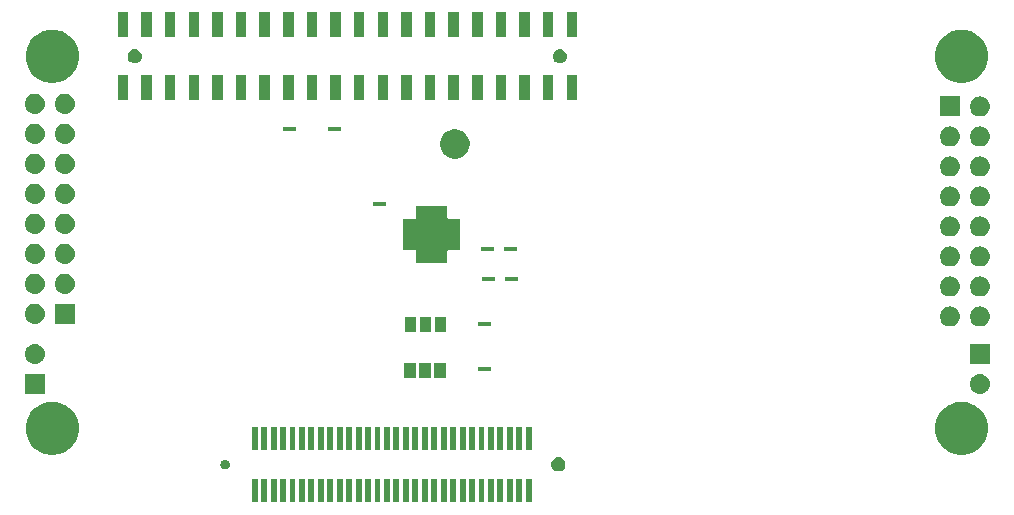
<source format=gbr>
G04 #@! TF.GenerationSoftware,KiCad,Pcbnew,5.0.2-5.fc29*
G04 #@! TF.CreationDate,2019-03-04T17:53:56+05:30*
G04 #@! TF.ProjectId,sx1509,73783135-3039-42e6-9b69-6361645f7063,v0.1*
G04 #@! TF.SameCoordinates,Original*
G04 #@! TF.FileFunction,Soldermask,Top*
G04 #@! TF.FilePolarity,Negative*
%FSLAX46Y46*%
G04 Gerber Fmt 4.6, Leading zero omitted, Abs format (unit mm)*
G04 Created by KiCad (PCBNEW 5.0.2-5.fc29) date Mon 04 Mar 2019 05:53:56 PM IST*
%MOMM*%
%LPD*%
G01*
G04 APERTURE LIST*
%ADD10C,0.100000*%
G04 APERTURE END LIST*
D10*
G36*
X131803000Y-141757000D02*
X131303000Y-141757000D01*
X131303000Y-139757000D01*
X131803000Y-139757000D01*
X131803000Y-141757000D01*
X131803000Y-141757000D01*
G37*
G36*
X135003000Y-141757000D02*
X134503000Y-141757000D01*
X134503000Y-139757000D01*
X135003000Y-139757000D01*
X135003000Y-141757000D01*
X135003000Y-141757000D01*
G37*
G36*
X142203000Y-141757000D02*
X141703000Y-141757000D01*
X141703000Y-139757000D01*
X142203000Y-139757000D01*
X142203000Y-141757000D01*
X142203000Y-141757000D01*
G37*
G36*
X134203000Y-141757000D02*
X133703000Y-141757000D01*
X133703000Y-139757000D01*
X134203000Y-139757000D01*
X134203000Y-141757000D01*
X134203000Y-141757000D01*
G37*
G36*
X138203000Y-141757000D02*
X137703000Y-141757000D01*
X137703000Y-139757000D01*
X138203000Y-139757000D01*
X138203000Y-141757000D01*
X138203000Y-141757000D01*
G37*
G36*
X133403000Y-141757000D02*
X132903000Y-141757000D01*
X132903000Y-139757000D01*
X133403000Y-139757000D01*
X133403000Y-141757000D01*
X133403000Y-141757000D01*
G37*
G36*
X137403000Y-141757000D02*
X136903000Y-141757000D01*
X136903000Y-139757000D01*
X137403000Y-139757000D01*
X137403000Y-141757000D01*
X137403000Y-141757000D01*
G37*
G36*
X136603000Y-141757000D02*
X136103000Y-141757000D01*
X136103000Y-139757000D01*
X136603000Y-139757000D01*
X136603000Y-141757000D01*
X136603000Y-141757000D01*
G37*
G36*
X139803000Y-141757000D02*
X139303000Y-141757000D01*
X139303000Y-139757000D01*
X139803000Y-139757000D01*
X139803000Y-141757000D01*
X139803000Y-141757000D01*
G37*
G36*
X135803000Y-141757000D02*
X135303000Y-141757000D01*
X135303000Y-139757000D01*
X135803000Y-139757000D01*
X135803000Y-141757000D01*
X135803000Y-141757000D01*
G37*
G36*
X139003000Y-141757000D02*
X138503000Y-141757000D01*
X138503000Y-139757000D01*
X139003000Y-139757000D01*
X139003000Y-141757000D01*
X139003000Y-141757000D01*
G37*
G36*
X141403000Y-141757000D02*
X140903000Y-141757000D01*
X140903000Y-139757000D01*
X141403000Y-139757000D01*
X141403000Y-141757000D01*
X141403000Y-141757000D01*
G37*
G36*
X144603000Y-141757000D02*
X144103000Y-141757000D01*
X144103000Y-139757000D01*
X144603000Y-139757000D01*
X144603000Y-141757000D01*
X144603000Y-141757000D01*
G37*
G36*
X143003000Y-141757000D02*
X142503000Y-141757000D01*
X142503000Y-139757000D01*
X143003000Y-139757000D01*
X143003000Y-141757000D01*
X143003000Y-141757000D01*
G37*
G36*
X140603000Y-141757000D02*
X140103000Y-141757000D01*
X140103000Y-139757000D01*
X140603000Y-139757000D01*
X140603000Y-141757000D01*
X140603000Y-141757000D01*
G37*
G36*
X143803000Y-141757000D02*
X143303000Y-141757000D01*
X143303000Y-139757000D01*
X143803000Y-139757000D01*
X143803000Y-141757000D01*
X143803000Y-141757000D01*
G37*
G36*
X127803000Y-141757000D02*
X127303000Y-141757000D01*
X127303000Y-139757000D01*
X127803000Y-139757000D01*
X127803000Y-141757000D01*
X127803000Y-141757000D01*
G37*
G36*
X121403000Y-141757000D02*
X120903000Y-141757000D01*
X120903000Y-139757000D01*
X121403000Y-139757000D01*
X121403000Y-141757000D01*
X121403000Y-141757000D01*
G37*
G36*
X132603000Y-141757000D02*
X132103000Y-141757000D01*
X132103000Y-139757000D01*
X132603000Y-139757000D01*
X132603000Y-141757000D01*
X132603000Y-141757000D01*
G37*
G36*
X131003000Y-141757000D02*
X130503000Y-141757000D01*
X130503000Y-139757000D01*
X131003000Y-139757000D01*
X131003000Y-141757000D01*
X131003000Y-141757000D01*
G37*
G36*
X130203000Y-141757000D02*
X129703000Y-141757000D01*
X129703000Y-139757000D01*
X130203000Y-139757000D01*
X130203000Y-141757000D01*
X130203000Y-141757000D01*
G37*
G36*
X129403000Y-141757000D02*
X128903000Y-141757000D01*
X128903000Y-139757000D01*
X129403000Y-139757000D01*
X129403000Y-141757000D01*
X129403000Y-141757000D01*
G37*
G36*
X128603000Y-141757000D02*
X128103000Y-141757000D01*
X128103000Y-139757000D01*
X128603000Y-139757000D01*
X128603000Y-141757000D01*
X128603000Y-141757000D01*
G37*
G36*
X127003000Y-141757000D02*
X126503000Y-141757000D01*
X126503000Y-139757000D01*
X127003000Y-139757000D01*
X127003000Y-141757000D01*
X127003000Y-141757000D01*
G37*
G36*
X126203000Y-141757000D02*
X125703000Y-141757000D01*
X125703000Y-139757000D01*
X126203000Y-139757000D01*
X126203000Y-141757000D01*
X126203000Y-141757000D01*
G37*
G36*
X125403000Y-141757000D02*
X124903000Y-141757000D01*
X124903000Y-139757000D01*
X125403000Y-139757000D01*
X125403000Y-141757000D01*
X125403000Y-141757000D01*
G37*
G36*
X124603000Y-141757000D02*
X124103000Y-141757000D01*
X124103000Y-139757000D01*
X124603000Y-139757000D01*
X124603000Y-141757000D01*
X124603000Y-141757000D01*
G37*
G36*
X123803000Y-141757000D02*
X123303000Y-141757000D01*
X123303000Y-139757000D01*
X123803000Y-139757000D01*
X123803000Y-141757000D01*
X123803000Y-141757000D01*
G37*
G36*
X123003000Y-141757000D02*
X122503000Y-141757000D01*
X122503000Y-139757000D01*
X123003000Y-139757000D01*
X123003000Y-141757000D01*
X123003000Y-141757000D01*
G37*
G36*
X122203000Y-141757000D02*
X121703000Y-141757000D01*
X121703000Y-139757000D01*
X122203000Y-139757000D01*
X122203000Y-141757000D01*
X122203000Y-141757000D01*
G37*
G36*
X147025012Y-137973057D02*
X147134207Y-138018287D01*
X147232481Y-138083952D01*
X147316048Y-138167519D01*
X147316050Y-138167522D01*
X147381713Y-138265793D01*
X147381714Y-138265795D01*
X147381977Y-138266189D01*
X147384712Y-138272791D01*
X147384713Y-138272793D01*
X147396817Y-138302015D01*
X147429943Y-138381988D01*
X147453000Y-138497904D01*
X147453000Y-138616096D01*
X147429943Y-138732012D01*
X147384713Y-138841207D01*
X147319048Y-138939481D01*
X147235481Y-139023048D01*
X147137207Y-139088713D01*
X147028012Y-139133943D01*
X146912096Y-139157000D01*
X146793904Y-139157000D01*
X146677988Y-139133943D01*
X146568793Y-139088713D01*
X146470519Y-139023048D01*
X146386952Y-138939481D01*
X146363562Y-138904475D01*
X146321287Y-138841207D01*
X146321286Y-138841205D01*
X146321023Y-138840811D01*
X146318288Y-138834209D01*
X146318287Y-138834207D01*
X146273058Y-138725014D01*
X146273057Y-138725012D01*
X146250000Y-138609096D01*
X146250000Y-138490904D01*
X146273057Y-138374988D01*
X146318287Y-138265793D01*
X146383952Y-138167519D01*
X146467519Y-138083952D01*
X146565793Y-138018287D01*
X146674988Y-137973057D01*
X146790904Y-137950000D01*
X146909096Y-137950000D01*
X147025012Y-137973057D01*
X147025012Y-137973057D01*
G37*
G36*
X118766676Y-138165372D02*
X118839468Y-138195523D01*
X118904989Y-138239303D01*
X118960697Y-138295011D01*
X118960699Y-138295014D01*
X118960700Y-138295015D01*
X119004475Y-138360529D01*
X119004476Y-138360531D01*
X119004741Y-138360928D01*
X119013464Y-138381988D01*
X119037628Y-138440324D01*
X119053000Y-138517603D01*
X119053000Y-138596397D01*
X119039020Y-138666676D01*
X119037628Y-138673676D01*
X119007477Y-138746468D01*
X118963697Y-138811989D01*
X118907989Y-138867697D01*
X118842468Y-138911477D01*
X118774867Y-138939478D01*
X118769676Y-138941628D01*
X118692397Y-138957000D01*
X118613603Y-138957000D01*
X118536324Y-138941628D01*
X118531133Y-138939478D01*
X118463532Y-138911477D01*
X118398011Y-138867697D01*
X118342303Y-138811989D01*
X118337623Y-138804985D01*
X118298525Y-138746471D01*
X118298524Y-138746468D01*
X118298259Y-138746072D01*
X118265372Y-138666676D01*
X118255311Y-138616095D01*
X118250000Y-138589397D01*
X118250000Y-138510603D01*
X118265372Y-138433324D01*
X118286637Y-138381986D01*
X118295523Y-138360532D01*
X118339303Y-138295011D01*
X118395011Y-138239303D01*
X118460532Y-138195523D01*
X118533324Y-138165372D01*
X118610603Y-138150000D01*
X118689397Y-138150000D01*
X118766676Y-138165372D01*
X118766676Y-138165372D01*
G37*
G36*
X181438953Y-133293233D02*
X181656301Y-133336466D01*
X181825910Y-133406720D01*
X182065774Y-133506075D01*
X182065775Y-133506076D01*
X182434292Y-133752311D01*
X182747689Y-134065708D01*
X182911846Y-134311386D01*
X182993925Y-134434226D01*
X183163534Y-134843700D01*
X183250000Y-135278393D01*
X183250000Y-135721607D01*
X183163534Y-136156300D01*
X182993925Y-136565774D01*
X182993924Y-136565775D01*
X182747689Y-136934292D01*
X182434292Y-137247689D01*
X182270696Y-137357000D01*
X182065774Y-137493925D01*
X181825910Y-137593280D01*
X181656301Y-137663534D01*
X181438953Y-137706767D01*
X181221607Y-137750000D01*
X180778393Y-137750000D01*
X180561047Y-137706767D01*
X180343699Y-137663534D01*
X180174090Y-137593280D01*
X179934226Y-137493925D01*
X179729304Y-137357000D01*
X179565708Y-137247689D01*
X179252311Y-136934292D01*
X179006076Y-136565775D01*
X179006075Y-136565774D01*
X178836466Y-136156300D01*
X178750000Y-135721607D01*
X178750000Y-135278393D01*
X178836466Y-134843700D01*
X179006075Y-134434226D01*
X179088154Y-134311386D01*
X179252311Y-134065708D01*
X179565708Y-133752311D01*
X179934225Y-133506076D01*
X179934226Y-133506075D01*
X180174090Y-133406720D01*
X180343699Y-133336466D01*
X180561047Y-133293233D01*
X180778393Y-133250000D01*
X181221607Y-133250000D01*
X181438953Y-133293233D01*
X181438953Y-133293233D01*
G37*
G36*
X104438953Y-133293233D02*
X104656301Y-133336466D01*
X104825910Y-133406720D01*
X105065774Y-133506075D01*
X105065775Y-133506076D01*
X105434292Y-133752311D01*
X105747689Y-134065708D01*
X105911846Y-134311386D01*
X105993925Y-134434226D01*
X106163534Y-134843700D01*
X106250000Y-135278393D01*
X106250000Y-135721607D01*
X106163534Y-136156300D01*
X105993925Y-136565774D01*
X105993924Y-136565775D01*
X105747689Y-136934292D01*
X105434292Y-137247689D01*
X105270696Y-137357000D01*
X105065774Y-137493925D01*
X104825910Y-137593280D01*
X104656301Y-137663534D01*
X104438953Y-137706767D01*
X104221607Y-137750000D01*
X103778393Y-137750000D01*
X103561047Y-137706767D01*
X103343699Y-137663534D01*
X103174090Y-137593280D01*
X102934226Y-137493925D01*
X102729304Y-137357000D01*
X102565708Y-137247689D01*
X102252311Y-136934292D01*
X102006076Y-136565775D01*
X102006075Y-136565774D01*
X101836466Y-136156300D01*
X101750000Y-135721607D01*
X101750000Y-135278393D01*
X101836466Y-134843700D01*
X102006075Y-134434226D01*
X102088154Y-134311386D01*
X102252311Y-134065708D01*
X102565708Y-133752311D01*
X102934225Y-133506076D01*
X102934226Y-133506075D01*
X103174090Y-133406720D01*
X103343699Y-133336466D01*
X103561047Y-133293233D01*
X103778393Y-133250000D01*
X104221607Y-133250000D01*
X104438953Y-133293233D01*
X104438953Y-133293233D01*
G37*
G36*
X144603000Y-137357000D02*
X144103000Y-137357000D01*
X144103000Y-135357000D01*
X144603000Y-135357000D01*
X144603000Y-137357000D01*
X144603000Y-137357000D01*
G37*
G36*
X142203000Y-137357000D02*
X141703000Y-137357000D01*
X141703000Y-135357000D01*
X142203000Y-135357000D01*
X142203000Y-137357000D01*
X142203000Y-137357000D01*
G37*
G36*
X143003000Y-137357000D02*
X142503000Y-137357000D01*
X142503000Y-135357000D01*
X143003000Y-135357000D01*
X143003000Y-137357000D01*
X143003000Y-137357000D01*
G37*
G36*
X143803000Y-137357000D02*
X143303000Y-137357000D01*
X143303000Y-135357000D01*
X143803000Y-135357000D01*
X143803000Y-137357000D01*
X143803000Y-137357000D01*
G37*
G36*
X135803000Y-137357000D02*
X135303000Y-137357000D01*
X135303000Y-135357000D01*
X135803000Y-135357000D01*
X135803000Y-137357000D01*
X135803000Y-137357000D01*
G37*
G36*
X126203000Y-137357000D02*
X125703000Y-137357000D01*
X125703000Y-135357000D01*
X126203000Y-135357000D01*
X126203000Y-137357000D01*
X126203000Y-137357000D01*
G37*
G36*
X136603000Y-137357000D02*
X136103000Y-137357000D01*
X136103000Y-135357000D01*
X136603000Y-135357000D01*
X136603000Y-137357000D01*
X136603000Y-137357000D01*
G37*
G36*
X137403000Y-137357000D02*
X136903000Y-137357000D01*
X136903000Y-135357000D01*
X137403000Y-135357000D01*
X137403000Y-137357000D01*
X137403000Y-137357000D01*
G37*
G36*
X138203000Y-137357000D02*
X137703000Y-137357000D01*
X137703000Y-135357000D01*
X138203000Y-135357000D01*
X138203000Y-137357000D01*
X138203000Y-137357000D01*
G37*
G36*
X135003000Y-137357000D02*
X134503000Y-137357000D01*
X134503000Y-135357000D01*
X135003000Y-135357000D01*
X135003000Y-137357000D01*
X135003000Y-137357000D01*
G37*
G36*
X141403000Y-137357000D02*
X140903000Y-137357000D01*
X140903000Y-135357000D01*
X141403000Y-135357000D01*
X141403000Y-137357000D01*
X141403000Y-137357000D01*
G37*
G36*
X139003000Y-137357000D02*
X138503000Y-137357000D01*
X138503000Y-135357000D01*
X139003000Y-135357000D01*
X139003000Y-137357000D01*
X139003000Y-137357000D01*
G37*
G36*
X140603000Y-137357000D02*
X140103000Y-137357000D01*
X140103000Y-135357000D01*
X140603000Y-135357000D01*
X140603000Y-137357000D01*
X140603000Y-137357000D01*
G37*
G36*
X127003000Y-137357000D02*
X126503000Y-137357000D01*
X126503000Y-135357000D01*
X127003000Y-135357000D01*
X127003000Y-137357000D01*
X127003000Y-137357000D01*
G37*
G36*
X127803000Y-137357000D02*
X127303000Y-137357000D01*
X127303000Y-135357000D01*
X127803000Y-135357000D01*
X127803000Y-137357000D01*
X127803000Y-137357000D01*
G37*
G36*
X133403000Y-137357000D02*
X132903000Y-137357000D01*
X132903000Y-135357000D01*
X133403000Y-135357000D01*
X133403000Y-137357000D01*
X133403000Y-137357000D01*
G37*
G36*
X128603000Y-137357000D02*
X128103000Y-137357000D01*
X128103000Y-135357000D01*
X128603000Y-135357000D01*
X128603000Y-137357000D01*
X128603000Y-137357000D01*
G37*
G36*
X124603000Y-137357000D02*
X124103000Y-137357000D01*
X124103000Y-135357000D01*
X124603000Y-135357000D01*
X124603000Y-137357000D01*
X124603000Y-137357000D01*
G37*
G36*
X123803000Y-137357000D02*
X123303000Y-137357000D01*
X123303000Y-135357000D01*
X123803000Y-135357000D01*
X123803000Y-137357000D01*
X123803000Y-137357000D01*
G37*
G36*
X134203000Y-137357000D02*
X133703000Y-137357000D01*
X133703000Y-135357000D01*
X134203000Y-135357000D01*
X134203000Y-137357000D01*
X134203000Y-137357000D01*
G37*
G36*
X123003000Y-137357000D02*
X122503000Y-137357000D01*
X122503000Y-135357000D01*
X123003000Y-135357000D01*
X123003000Y-137357000D01*
X123003000Y-137357000D01*
G37*
G36*
X122203000Y-137357000D02*
X121703000Y-137357000D01*
X121703000Y-135357000D01*
X122203000Y-135357000D01*
X122203000Y-137357000D01*
X122203000Y-137357000D01*
G37*
G36*
X132603000Y-137357000D02*
X132103000Y-137357000D01*
X132103000Y-135357000D01*
X132603000Y-135357000D01*
X132603000Y-137357000D01*
X132603000Y-137357000D01*
G37*
G36*
X131803000Y-137357000D02*
X131303000Y-137357000D01*
X131303000Y-135357000D01*
X131803000Y-135357000D01*
X131803000Y-137357000D01*
X131803000Y-137357000D01*
G37*
G36*
X121403000Y-137357000D02*
X120903000Y-137357000D01*
X120903000Y-135357000D01*
X121403000Y-135357000D01*
X121403000Y-137357000D01*
X121403000Y-137357000D01*
G37*
G36*
X131003000Y-137357000D02*
X130503000Y-137357000D01*
X130503000Y-135357000D01*
X131003000Y-135357000D01*
X131003000Y-137357000D01*
X131003000Y-137357000D01*
G37*
G36*
X125403000Y-137357000D02*
X124903000Y-137357000D01*
X124903000Y-135357000D01*
X125403000Y-135357000D01*
X125403000Y-137357000D01*
X125403000Y-137357000D01*
G37*
G36*
X139803000Y-137357000D02*
X139303000Y-137357000D01*
X139303000Y-135357000D01*
X139803000Y-135357000D01*
X139803000Y-137357000D01*
X139803000Y-137357000D01*
G37*
G36*
X130203000Y-137357000D02*
X129703000Y-137357000D01*
X129703000Y-135357000D01*
X130203000Y-135357000D01*
X130203000Y-137357000D01*
X130203000Y-137357000D01*
G37*
G36*
X129403000Y-137357000D02*
X128903000Y-137357000D01*
X128903000Y-135357000D01*
X129403000Y-135357000D01*
X129403000Y-137357000D01*
X129403000Y-137357000D01*
G37*
G36*
X103390000Y-132600000D02*
X101690000Y-132600000D01*
X101690000Y-130900000D01*
X103390000Y-130900000D01*
X103390000Y-132600000D01*
X103390000Y-132600000D01*
G37*
G36*
X182716630Y-130912299D02*
X182876855Y-130960903D01*
X183024520Y-131039831D01*
X183153949Y-131146051D01*
X183260169Y-131275480D01*
X183339097Y-131423145D01*
X183387701Y-131583370D01*
X183404112Y-131750000D01*
X183387701Y-131916630D01*
X183339097Y-132076855D01*
X183260169Y-132224520D01*
X183153949Y-132353949D01*
X183024520Y-132460169D01*
X182876855Y-132539097D01*
X182716630Y-132587701D01*
X182591752Y-132600000D01*
X182508248Y-132600000D01*
X182383370Y-132587701D01*
X182223145Y-132539097D01*
X182075480Y-132460169D01*
X181946051Y-132353949D01*
X181839831Y-132224520D01*
X181760903Y-132076855D01*
X181712299Y-131916630D01*
X181695888Y-131750000D01*
X181712299Y-131583370D01*
X181760903Y-131423145D01*
X181839831Y-131275480D01*
X181946051Y-131146051D01*
X182075480Y-131039831D01*
X182223145Y-130960903D01*
X182383370Y-130912299D01*
X182508248Y-130900000D01*
X182591752Y-130900000D01*
X182716630Y-130912299D01*
X182716630Y-130912299D01*
G37*
G36*
X134800000Y-131229000D02*
X133830000Y-131229000D01*
X133830000Y-129959000D01*
X134800000Y-129959000D01*
X134800000Y-131229000D01*
X134800000Y-131229000D01*
G37*
G36*
X136070000Y-131229000D02*
X135100000Y-131229000D01*
X135100000Y-129959000D01*
X136070000Y-129959000D01*
X136070000Y-131229000D01*
X136070000Y-131229000D01*
G37*
G36*
X137340000Y-131229000D02*
X136370000Y-131229000D01*
X136370000Y-129959000D01*
X137340000Y-129959000D01*
X137340000Y-131229000D01*
X137340000Y-131229000D01*
G37*
G36*
X140519695Y-130281313D02*
X140526620Y-130283414D01*
X140532997Y-130286822D01*
X140538592Y-130291414D01*
X140543374Y-130297241D01*
X140560701Y-130314568D01*
X140581076Y-130328182D01*
X140603715Y-130337560D01*
X140627748Y-130342340D01*
X140652252Y-130342340D01*
X140676286Y-130337559D01*
X140698925Y-130328182D01*
X140719299Y-130314568D01*
X140736626Y-130297241D01*
X140741408Y-130291414D01*
X140747003Y-130286822D01*
X140753380Y-130283414D01*
X140760305Y-130281313D01*
X140773638Y-130280000D01*
X141146362Y-130280000D01*
X141159695Y-130281313D01*
X141166620Y-130283414D01*
X141172997Y-130286822D01*
X141178589Y-130291411D01*
X141183178Y-130297003D01*
X141186586Y-130303380D01*
X141188687Y-130310305D01*
X141190000Y-130323638D01*
X141190000Y-130636362D01*
X141188687Y-130649695D01*
X141186586Y-130656620D01*
X141183178Y-130662997D01*
X141178589Y-130668589D01*
X141172997Y-130673178D01*
X141166620Y-130676586D01*
X141159695Y-130678687D01*
X141146362Y-130680000D01*
X140773638Y-130680000D01*
X140760305Y-130678687D01*
X140753380Y-130676586D01*
X140747003Y-130673178D01*
X140741408Y-130668586D01*
X140736626Y-130662759D01*
X140719299Y-130645432D01*
X140698924Y-130631818D01*
X140676285Y-130622440D01*
X140652252Y-130617660D01*
X140627748Y-130617660D01*
X140603714Y-130622441D01*
X140581075Y-130631818D01*
X140560701Y-130645432D01*
X140543374Y-130662759D01*
X140538592Y-130668586D01*
X140532997Y-130673178D01*
X140526620Y-130676586D01*
X140519695Y-130678687D01*
X140506362Y-130680000D01*
X140133638Y-130680000D01*
X140120305Y-130678687D01*
X140113380Y-130676586D01*
X140107003Y-130673178D01*
X140101411Y-130668589D01*
X140096822Y-130662997D01*
X140093414Y-130656620D01*
X140091313Y-130649695D01*
X140090000Y-130636362D01*
X140090000Y-130323638D01*
X140091313Y-130310305D01*
X140093414Y-130303380D01*
X140096822Y-130297003D01*
X140101411Y-130291411D01*
X140107003Y-130286822D01*
X140113380Y-130283414D01*
X140120305Y-130281313D01*
X140133638Y-130280000D01*
X140506362Y-130280000D01*
X140519695Y-130281313D01*
X140519695Y-130281313D01*
G37*
G36*
X102706630Y-128372299D02*
X102866855Y-128420903D01*
X103014520Y-128499831D01*
X103143949Y-128606051D01*
X103250169Y-128735480D01*
X103329097Y-128883145D01*
X103377701Y-129043370D01*
X103394112Y-129210000D01*
X103377701Y-129376630D01*
X103329097Y-129536855D01*
X103250169Y-129684520D01*
X103143949Y-129813949D01*
X103014520Y-129920169D01*
X102866855Y-129999097D01*
X102706630Y-130047701D01*
X102581752Y-130060000D01*
X102498248Y-130060000D01*
X102373370Y-130047701D01*
X102213145Y-129999097D01*
X102065480Y-129920169D01*
X101936051Y-129813949D01*
X101829831Y-129684520D01*
X101750903Y-129536855D01*
X101702299Y-129376630D01*
X101685888Y-129210000D01*
X101702299Y-129043370D01*
X101750903Y-128883145D01*
X101829831Y-128735480D01*
X101936051Y-128606051D01*
X102065480Y-128499831D01*
X102213145Y-128420903D01*
X102373370Y-128372299D01*
X102498248Y-128360000D01*
X102581752Y-128360000D01*
X102706630Y-128372299D01*
X102706630Y-128372299D01*
G37*
G36*
X183400000Y-130060000D02*
X181700000Y-130060000D01*
X181700000Y-128360000D01*
X183400000Y-128360000D01*
X183400000Y-130060000D01*
X183400000Y-130060000D01*
G37*
G36*
X134813000Y-127318000D02*
X133843000Y-127318000D01*
X133843000Y-126048000D01*
X134813000Y-126048000D01*
X134813000Y-127318000D01*
X134813000Y-127318000D01*
G37*
G36*
X136083000Y-127318000D02*
X135113000Y-127318000D01*
X135113000Y-126048000D01*
X136083000Y-126048000D01*
X136083000Y-127318000D01*
X136083000Y-127318000D01*
G37*
G36*
X137353000Y-127318000D02*
X136383000Y-127318000D01*
X136383000Y-126048000D01*
X137353000Y-126048000D01*
X137353000Y-127318000D01*
X137353000Y-127318000D01*
G37*
G36*
X180176630Y-125197299D02*
X180336855Y-125245903D01*
X180484520Y-125324831D01*
X180613949Y-125431051D01*
X180720169Y-125560480D01*
X180799097Y-125708145D01*
X180847701Y-125868370D01*
X180864112Y-126035000D01*
X180847701Y-126201630D01*
X180799097Y-126361855D01*
X180720169Y-126509520D01*
X180613949Y-126638949D01*
X180484520Y-126745169D01*
X180336855Y-126824097D01*
X180176630Y-126872701D01*
X180051752Y-126885000D01*
X179968248Y-126885000D01*
X179843370Y-126872701D01*
X179683145Y-126824097D01*
X179535480Y-126745169D01*
X179406051Y-126638949D01*
X179299831Y-126509520D01*
X179220903Y-126361855D01*
X179172299Y-126201630D01*
X179155888Y-126035000D01*
X179172299Y-125868370D01*
X179220903Y-125708145D01*
X179299831Y-125560480D01*
X179406051Y-125431051D01*
X179535480Y-125324831D01*
X179683145Y-125245903D01*
X179843370Y-125197299D01*
X179968248Y-125185000D01*
X180051752Y-125185000D01*
X180176630Y-125197299D01*
X180176630Y-125197299D01*
G37*
G36*
X182716630Y-125197299D02*
X182876855Y-125245903D01*
X183024520Y-125324831D01*
X183153949Y-125431051D01*
X183260169Y-125560480D01*
X183339097Y-125708145D01*
X183387701Y-125868370D01*
X183404112Y-126035000D01*
X183387701Y-126201630D01*
X183339097Y-126361855D01*
X183260169Y-126509520D01*
X183153949Y-126638949D01*
X183024520Y-126745169D01*
X182876855Y-126824097D01*
X182716630Y-126872701D01*
X182591752Y-126885000D01*
X182508248Y-126885000D01*
X182383370Y-126872701D01*
X182223145Y-126824097D01*
X182075480Y-126745169D01*
X181946051Y-126638949D01*
X181839831Y-126509520D01*
X181760903Y-126361855D01*
X181712299Y-126201630D01*
X181695888Y-126035000D01*
X181712299Y-125868370D01*
X181760903Y-125708145D01*
X181839831Y-125560480D01*
X181946051Y-125431051D01*
X182075480Y-125324831D01*
X182223145Y-125245903D01*
X182383370Y-125197299D01*
X182508248Y-125185000D01*
X182591752Y-125185000D01*
X182716630Y-125197299D01*
X182716630Y-125197299D01*
G37*
G36*
X140519695Y-126471313D02*
X140526620Y-126473414D01*
X140532997Y-126476822D01*
X140538592Y-126481414D01*
X140543374Y-126487241D01*
X140560701Y-126504568D01*
X140581076Y-126518182D01*
X140603715Y-126527560D01*
X140627748Y-126532340D01*
X140652252Y-126532340D01*
X140676286Y-126527559D01*
X140698925Y-126518182D01*
X140719299Y-126504568D01*
X140736626Y-126487241D01*
X140741408Y-126481414D01*
X140747003Y-126476822D01*
X140753380Y-126473414D01*
X140760305Y-126471313D01*
X140773638Y-126470000D01*
X141146362Y-126470000D01*
X141159695Y-126471313D01*
X141166620Y-126473414D01*
X141172997Y-126476822D01*
X141178589Y-126481411D01*
X141183178Y-126487003D01*
X141186586Y-126493380D01*
X141188687Y-126500305D01*
X141190000Y-126513638D01*
X141190000Y-126826362D01*
X141188687Y-126839695D01*
X141186586Y-126846620D01*
X141183178Y-126852997D01*
X141178589Y-126858589D01*
X141172997Y-126863178D01*
X141166620Y-126866586D01*
X141159695Y-126868687D01*
X141146362Y-126870000D01*
X140773638Y-126870000D01*
X140760305Y-126868687D01*
X140753380Y-126866586D01*
X140747003Y-126863178D01*
X140741408Y-126858586D01*
X140736626Y-126852759D01*
X140719299Y-126835432D01*
X140698924Y-126821818D01*
X140676285Y-126812440D01*
X140652252Y-126807660D01*
X140627748Y-126807660D01*
X140603714Y-126812441D01*
X140581075Y-126821818D01*
X140560701Y-126835432D01*
X140543374Y-126852759D01*
X140538592Y-126858586D01*
X140532997Y-126863178D01*
X140526620Y-126866586D01*
X140519695Y-126868687D01*
X140506362Y-126870000D01*
X140133638Y-126870000D01*
X140120305Y-126868687D01*
X140113380Y-126866586D01*
X140107003Y-126863178D01*
X140101411Y-126858589D01*
X140096822Y-126852997D01*
X140093414Y-126846620D01*
X140091313Y-126839695D01*
X140090000Y-126826362D01*
X140090000Y-126513638D01*
X140091313Y-126500305D01*
X140093414Y-126493380D01*
X140096822Y-126487003D01*
X140101411Y-126481411D01*
X140107003Y-126476822D01*
X140113380Y-126473414D01*
X140120305Y-126471313D01*
X140133638Y-126470000D01*
X140506362Y-126470000D01*
X140519695Y-126471313D01*
X140519695Y-126471313D01*
G37*
G36*
X105930000Y-126656000D02*
X104230000Y-126656000D01*
X104230000Y-124956000D01*
X105930000Y-124956000D01*
X105930000Y-126656000D01*
X105930000Y-126656000D01*
G37*
G36*
X102706630Y-124968299D02*
X102866855Y-125016903D01*
X103014520Y-125095831D01*
X103143949Y-125202051D01*
X103250169Y-125331480D01*
X103329097Y-125479145D01*
X103377701Y-125639370D01*
X103394112Y-125806000D01*
X103377701Y-125972630D01*
X103329097Y-126132855D01*
X103250169Y-126280520D01*
X103143949Y-126409949D01*
X103014520Y-126516169D01*
X102866855Y-126595097D01*
X102706630Y-126643701D01*
X102581752Y-126656000D01*
X102498248Y-126656000D01*
X102373370Y-126643701D01*
X102213145Y-126595097D01*
X102065480Y-126516169D01*
X101936051Y-126409949D01*
X101829831Y-126280520D01*
X101750903Y-126132855D01*
X101702299Y-125972630D01*
X101685888Y-125806000D01*
X101702299Y-125639370D01*
X101750903Y-125479145D01*
X101829831Y-125331480D01*
X101936051Y-125202051D01*
X102065480Y-125095831D01*
X102213145Y-125016903D01*
X102373370Y-124968299D01*
X102498248Y-124956000D01*
X102581752Y-124956000D01*
X102706630Y-124968299D01*
X102706630Y-124968299D01*
G37*
G36*
X182716630Y-122657299D02*
X182876855Y-122705903D01*
X183024520Y-122784831D01*
X183153949Y-122891051D01*
X183260169Y-123020480D01*
X183339097Y-123168145D01*
X183387701Y-123328370D01*
X183404112Y-123495000D01*
X183387701Y-123661630D01*
X183339097Y-123821855D01*
X183260169Y-123969520D01*
X183153949Y-124098949D01*
X183024520Y-124205169D01*
X182876855Y-124284097D01*
X182716630Y-124332701D01*
X182591752Y-124345000D01*
X182508248Y-124345000D01*
X182383370Y-124332701D01*
X182223145Y-124284097D01*
X182075480Y-124205169D01*
X181946051Y-124098949D01*
X181839831Y-123969520D01*
X181760903Y-123821855D01*
X181712299Y-123661630D01*
X181695888Y-123495000D01*
X181712299Y-123328370D01*
X181760903Y-123168145D01*
X181839831Y-123020480D01*
X181946051Y-122891051D01*
X182075480Y-122784831D01*
X182223145Y-122705903D01*
X182383370Y-122657299D01*
X182508248Y-122645000D01*
X182591752Y-122645000D01*
X182716630Y-122657299D01*
X182716630Y-122657299D01*
G37*
G36*
X180176630Y-122657299D02*
X180336855Y-122705903D01*
X180484520Y-122784831D01*
X180613949Y-122891051D01*
X180720169Y-123020480D01*
X180799097Y-123168145D01*
X180847701Y-123328370D01*
X180864112Y-123495000D01*
X180847701Y-123661630D01*
X180799097Y-123821855D01*
X180720169Y-123969520D01*
X180613949Y-124098949D01*
X180484520Y-124205169D01*
X180336855Y-124284097D01*
X180176630Y-124332701D01*
X180051752Y-124345000D01*
X179968248Y-124345000D01*
X179843370Y-124332701D01*
X179683145Y-124284097D01*
X179535480Y-124205169D01*
X179406051Y-124098949D01*
X179299831Y-123969520D01*
X179220903Y-123821855D01*
X179172299Y-123661630D01*
X179155888Y-123495000D01*
X179172299Y-123328370D01*
X179220903Y-123168145D01*
X179299831Y-123020480D01*
X179406051Y-122891051D01*
X179535480Y-122784831D01*
X179683145Y-122705903D01*
X179843370Y-122657299D01*
X179968248Y-122645000D01*
X180051752Y-122645000D01*
X180176630Y-122657299D01*
X180176630Y-122657299D01*
G37*
G36*
X105246630Y-122428299D02*
X105406855Y-122476903D01*
X105554520Y-122555831D01*
X105683949Y-122662051D01*
X105790169Y-122791480D01*
X105869097Y-122939145D01*
X105917701Y-123099370D01*
X105934112Y-123266000D01*
X105917701Y-123432630D01*
X105869097Y-123592855D01*
X105790169Y-123740520D01*
X105683949Y-123869949D01*
X105554520Y-123976169D01*
X105406855Y-124055097D01*
X105246630Y-124103701D01*
X105121752Y-124116000D01*
X105038248Y-124116000D01*
X104913370Y-124103701D01*
X104753145Y-124055097D01*
X104605480Y-123976169D01*
X104476051Y-123869949D01*
X104369831Y-123740520D01*
X104290903Y-123592855D01*
X104242299Y-123432630D01*
X104225888Y-123266000D01*
X104242299Y-123099370D01*
X104290903Y-122939145D01*
X104369831Y-122791480D01*
X104476051Y-122662051D01*
X104605480Y-122555831D01*
X104753145Y-122476903D01*
X104913370Y-122428299D01*
X105038248Y-122416000D01*
X105121752Y-122416000D01*
X105246630Y-122428299D01*
X105246630Y-122428299D01*
G37*
G36*
X102706630Y-122428299D02*
X102866855Y-122476903D01*
X103014520Y-122555831D01*
X103143949Y-122662051D01*
X103250169Y-122791480D01*
X103329097Y-122939145D01*
X103377701Y-123099370D01*
X103394112Y-123266000D01*
X103377701Y-123432630D01*
X103329097Y-123592855D01*
X103250169Y-123740520D01*
X103143949Y-123869949D01*
X103014520Y-123976169D01*
X102866855Y-124055097D01*
X102706630Y-124103701D01*
X102581752Y-124116000D01*
X102498248Y-124116000D01*
X102373370Y-124103701D01*
X102213145Y-124055097D01*
X102065480Y-123976169D01*
X101936051Y-123869949D01*
X101829831Y-123740520D01*
X101750903Y-123592855D01*
X101702299Y-123432630D01*
X101685888Y-123266000D01*
X101702299Y-123099370D01*
X101750903Y-122939145D01*
X101829831Y-122791480D01*
X101936051Y-122662051D01*
X102065480Y-122555831D01*
X102213145Y-122476903D01*
X102373370Y-122428299D01*
X102498248Y-122416000D01*
X102581752Y-122416000D01*
X102706630Y-122428299D01*
X102706630Y-122428299D01*
G37*
G36*
X140804695Y-122661313D02*
X140811620Y-122663414D01*
X140817997Y-122666822D01*
X140823592Y-122671414D01*
X140828374Y-122677241D01*
X140845701Y-122694568D01*
X140866076Y-122708182D01*
X140888715Y-122717560D01*
X140912748Y-122722340D01*
X140937252Y-122722340D01*
X140961286Y-122717559D01*
X140983925Y-122708182D01*
X141004299Y-122694568D01*
X141021626Y-122677241D01*
X141026408Y-122671414D01*
X141032003Y-122666822D01*
X141038380Y-122663414D01*
X141045305Y-122661313D01*
X141058638Y-122660000D01*
X141431362Y-122660000D01*
X141444695Y-122661313D01*
X141451620Y-122663414D01*
X141457997Y-122666822D01*
X141463589Y-122671411D01*
X141468178Y-122677003D01*
X141471586Y-122683380D01*
X141473687Y-122690305D01*
X141475000Y-122703638D01*
X141475000Y-123016362D01*
X141473687Y-123029695D01*
X141471586Y-123036620D01*
X141468178Y-123042997D01*
X141463589Y-123048589D01*
X141457997Y-123053178D01*
X141451620Y-123056586D01*
X141444695Y-123058687D01*
X141431362Y-123060000D01*
X141058638Y-123060000D01*
X141045305Y-123058687D01*
X141038380Y-123056586D01*
X141032003Y-123053178D01*
X141026408Y-123048586D01*
X141021626Y-123042759D01*
X141004299Y-123025432D01*
X140983924Y-123011818D01*
X140961285Y-123002440D01*
X140937252Y-122997660D01*
X140912748Y-122997660D01*
X140888714Y-123002441D01*
X140866075Y-123011818D01*
X140845701Y-123025432D01*
X140828374Y-123042759D01*
X140823592Y-123048586D01*
X140817997Y-123053178D01*
X140811620Y-123056586D01*
X140804695Y-123058687D01*
X140791362Y-123060000D01*
X140418638Y-123060000D01*
X140405305Y-123058687D01*
X140398380Y-123056586D01*
X140392003Y-123053178D01*
X140386411Y-123048589D01*
X140381822Y-123042997D01*
X140378414Y-123036620D01*
X140376313Y-123029695D01*
X140375000Y-123016362D01*
X140375000Y-122703638D01*
X140376313Y-122690305D01*
X140378414Y-122683380D01*
X140381822Y-122677003D01*
X140386411Y-122671411D01*
X140392003Y-122666822D01*
X140398380Y-122663414D01*
X140405305Y-122661313D01*
X140418638Y-122660000D01*
X140791362Y-122660000D01*
X140804695Y-122661313D01*
X140804695Y-122661313D01*
G37*
G36*
X142739695Y-122661313D02*
X142746620Y-122663414D01*
X142752997Y-122666822D01*
X142758592Y-122671414D01*
X142763374Y-122677241D01*
X142780701Y-122694568D01*
X142801076Y-122708182D01*
X142823715Y-122717560D01*
X142847748Y-122722340D01*
X142872252Y-122722340D01*
X142896286Y-122717559D01*
X142918925Y-122708182D01*
X142939299Y-122694568D01*
X142956626Y-122677241D01*
X142961408Y-122671414D01*
X142967003Y-122666822D01*
X142973380Y-122663414D01*
X142980305Y-122661313D01*
X142993638Y-122660000D01*
X143366362Y-122660000D01*
X143379695Y-122661313D01*
X143386620Y-122663414D01*
X143392997Y-122666822D01*
X143398589Y-122671411D01*
X143403178Y-122677003D01*
X143406586Y-122683380D01*
X143408687Y-122690305D01*
X143410000Y-122703638D01*
X143410000Y-123016362D01*
X143408687Y-123029695D01*
X143406586Y-123036620D01*
X143403178Y-123042997D01*
X143398589Y-123048589D01*
X143392997Y-123053178D01*
X143386620Y-123056586D01*
X143379695Y-123058687D01*
X143366362Y-123060000D01*
X142993638Y-123060000D01*
X142980305Y-123058687D01*
X142973380Y-123056586D01*
X142967003Y-123053178D01*
X142961408Y-123048586D01*
X142956626Y-123042759D01*
X142939299Y-123025432D01*
X142918924Y-123011818D01*
X142896285Y-123002440D01*
X142872252Y-122997660D01*
X142847748Y-122997660D01*
X142823714Y-123002441D01*
X142801075Y-123011818D01*
X142780701Y-123025432D01*
X142763374Y-123042759D01*
X142758592Y-123048586D01*
X142752997Y-123053178D01*
X142746620Y-123056586D01*
X142739695Y-123058687D01*
X142726362Y-123060000D01*
X142353638Y-123060000D01*
X142340305Y-123058687D01*
X142333380Y-123056586D01*
X142327003Y-123053178D01*
X142321411Y-123048589D01*
X142316822Y-123042997D01*
X142313414Y-123036620D01*
X142311313Y-123029695D01*
X142310000Y-123016362D01*
X142310000Y-122703638D01*
X142311313Y-122690305D01*
X142313414Y-122683380D01*
X142316822Y-122677003D01*
X142321411Y-122671411D01*
X142327003Y-122666822D01*
X142333380Y-122663414D01*
X142340305Y-122661313D01*
X142353638Y-122660000D01*
X142726362Y-122660000D01*
X142739695Y-122661313D01*
X142739695Y-122661313D01*
G37*
G36*
X182716630Y-120117299D02*
X182876855Y-120165903D01*
X183024520Y-120244831D01*
X183153949Y-120351051D01*
X183260169Y-120480480D01*
X183339097Y-120628145D01*
X183387701Y-120788370D01*
X183404112Y-120955000D01*
X183387701Y-121121630D01*
X183339097Y-121281855D01*
X183260169Y-121429520D01*
X183153949Y-121558949D01*
X183024520Y-121665169D01*
X182876855Y-121744097D01*
X182716630Y-121792701D01*
X182591752Y-121805000D01*
X182508248Y-121805000D01*
X182383370Y-121792701D01*
X182223145Y-121744097D01*
X182075480Y-121665169D01*
X181946051Y-121558949D01*
X181839831Y-121429520D01*
X181760903Y-121281855D01*
X181712299Y-121121630D01*
X181695888Y-120955000D01*
X181712299Y-120788370D01*
X181760903Y-120628145D01*
X181839831Y-120480480D01*
X181946051Y-120351051D01*
X182075480Y-120244831D01*
X182223145Y-120165903D01*
X182383370Y-120117299D01*
X182508248Y-120105000D01*
X182591752Y-120105000D01*
X182716630Y-120117299D01*
X182716630Y-120117299D01*
G37*
G36*
X180176630Y-120117299D02*
X180336855Y-120165903D01*
X180484520Y-120244831D01*
X180613949Y-120351051D01*
X180720169Y-120480480D01*
X180799097Y-120628145D01*
X180847701Y-120788370D01*
X180864112Y-120955000D01*
X180847701Y-121121630D01*
X180799097Y-121281855D01*
X180720169Y-121429520D01*
X180613949Y-121558949D01*
X180484520Y-121665169D01*
X180336855Y-121744097D01*
X180176630Y-121792701D01*
X180051752Y-121805000D01*
X179968248Y-121805000D01*
X179843370Y-121792701D01*
X179683145Y-121744097D01*
X179535480Y-121665169D01*
X179406051Y-121558949D01*
X179299831Y-121429520D01*
X179220903Y-121281855D01*
X179172299Y-121121630D01*
X179155888Y-120955000D01*
X179172299Y-120788370D01*
X179220903Y-120628145D01*
X179299831Y-120480480D01*
X179406051Y-120351051D01*
X179535480Y-120244831D01*
X179683145Y-120165903D01*
X179843370Y-120117299D01*
X179968248Y-120105000D01*
X180051752Y-120105000D01*
X180176630Y-120117299D01*
X180176630Y-120117299D01*
G37*
G36*
X105246630Y-119888299D02*
X105406855Y-119936903D01*
X105554520Y-120015831D01*
X105683949Y-120122051D01*
X105790169Y-120251480D01*
X105869097Y-120399145D01*
X105917701Y-120559370D01*
X105934112Y-120726000D01*
X105917701Y-120892630D01*
X105869097Y-121052855D01*
X105790169Y-121200520D01*
X105683949Y-121329949D01*
X105554520Y-121436169D01*
X105406855Y-121515097D01*
X105246630Y-121563701D01*
X105121752Y-121576000D01*
X105038248Y-121576000D01*
X104913370Y-121563701D01*
X104753145Y-121515097D01*
X104605480Y-121436169D01*
X104476051Y-121329949D01*
X104369831Y-121200520D01*
X104290903Y-121052855D01*
X104242299Y-120892630D01*
X104225888Y-120726000D01*
X104242299Y-120559370D01*
X104290903Y-120399145D01*
X104369831Y-120251480D01*
X104476051Y-120122051D01*
X104605480Y-120015831D01*
X104753145Y-119936903D01*
X104913370Y-119888299D01*
X105038248Y-119876000D01*
X105121752Y-119876000D01*
X105246630Y-119888299D01*
X105246630Y-119888299D01*
G37*
G36*
X102706630Y-119888299D02*
X102866855Y-119936903D01*
X103014520Y-120015831D01*
X103143949Y-120122051D01*
X103250169Y-120251480D01*
X103329097Y-120399145D01*
X103377701Y-120559370D01*
X103394112Y-120726000D01*
X103377701Y-120892630D01*
X103329097Y-121052855D01*
X103250169Y-121200520D01*
X103143949Y-121329949D01*
X103014520Y-121436169D01*
X102866855Y-121515097D01*
X102706630Y-121563701D01*
X102581752Y-121576000D01*
X102498248Y-121576000D01*
X102373370Y-121563701D01*
X102213145Y-121515097D01*
X102065480Y-121436169D01*
X101936051Y-121329949D01*
X101829831Y-121200520D01*
X101750903Y-121052855D01*
X101702299Y-120892630D01*
X101685888Y-120726000D01*
X101702299Y-120559370D01*
X101750903Y-120399145D01*
X101829831Y-120251480D01*
X101936051Y-120122051D01*
X102065480Y-120015831D01*
X102213145Y-119936903D01*
X102373370Y-119888299D01*
X102498248Y-119876000D01*
X102581752Y-119876000D01*
X102706630Y-119888299D01*
X102706630Y-119888299D01*
G37*
G36*
X137435940Y-117642390D02*
X137438342Y-117666776D01*
X137445455Y-117690225D01*
X137457006Y-117711836D01*
X137472552Y-117730778D01*
X137487200Y-117742800D01*
X137499222Y-117757448D01*
X137518164Y-117772994D01*
X137539775Y-117784545D01*
X137563224Y-117791658D01*
X137587610Y-117794060D01*
X138535760Y-117794060D01*
X138535760Y-120389940D01*
X137587610Y-120389940D01*
X137563224Y-120392342D01*
X137539775Y-120399455D01*
X137518164Y-120411006D01*
X137499222Y-120426552D01*
X137487200Y-120441200D01*
X137472552Y-120453222D01*
X137457006Y-120472164D01*
X137445455Y-120493775D01*
X137438342Y-120517224D01*
X137435940Y-120541610D01*
X137435940Y-121489760D01*
X134840060Y-121489760D01*
X134840060Y-120541610D01*
X134837658Y-120517224D01*
X134830545Y-120493775D01*
X134818994Y-120472164D01*
X134803448Y-120453222D01*
X134788800Y-120441200D01*
X134776778Y-120426552D01*
X134757836Y-120411006D01*
X134736225Y-120399455D01*
X134712776Y-120392342D01*
X134688390Y-120389940D01*
X133740240Y-120389940D01*
X133740240Y-117794060D01*
X134688390Y-117794060D01*
X134712776Y-117791658D01*
X134736225Y-117784545D01*
X134757836Y-117772994D01*
X134776778Y-117757448D01*
X134788800Y-117742800D01*
X134803448Y-117730778D01*
X134818994Y-117711836D01*
X134830545Y-117690225D01*
X134837658Y-117666776D01*
X134840060Y-117642390D01*
X134840060Y-116694240D01*
X137435940Y-116694240D01*
X137435940Y-117642390D01*
X137435940Y-117642390D01*
G37*
G36*
X140714695Y-120121313D02*
X140721620Y-120123414D01*
X140727997Y-120126822D01*
X140733592Y-120131414D01*
X140738374Y-120137241D01*
X140755701Y-120154568D01*
X140776076Y-120168182D01*
X140798715Y-120177560D01*
X140822748Y-120182340D01*
X140847252Y-120182340D01*
X140871286Y-120177559D01*
X140893925Y-120168182D01*
X140914299Y-120154568D01*
X140931626Y-120137241D01*
X140936408Y-120131414D01*
X140942003Y-120126822D01*
X140948380Y-120123414D01*
X140955305Y-120121313D01*
X140968638Y-120120000D01*
X141341362Y-120120000D01*
X141354695Y-120121313D01*
X141361620Y-120123414D01*
X141367997Y-120126822D01*
X141373589Y-120131411D01*
X141378178Y-120137003D01*
X141381586Y-120143380D01*
X141383687Y-120150305D01*
X141385000Y-120163638D01*
X141385000Y-120476362D01*
X141383687Y-120489695D01*
X141381586Y-120496620D01*
X141378178Y-120502997D01*
X141373589Y-120508589D01*
X141367997Y-120513178D01*
X141361620Y-120516586D01*
X141354695Y-120518687D01*
X141341362Y-120520000D01*
X140968638Y-120520000D01*
X140955305Y-120518687D01*
X140948380Y-120516586D01*
X140942003Y-120513178D01*
X140936408Y-120508586D01*
X140931626Y-120502759D01*
X140914299Y-120485432D01*
X140893924Y-120471818D01*
X140871285Y-120462440D01*
X140847252Y-120457660D01*
X140822748Y-120457660D01*
X140798714Y-120462441D01*
X140776075Y-120471818D01*
X140755701Y-120485432D01*
X140738374Y-120502759D01*
X140733592Y-120508586D01*
X140727997Y-120513178D01*
X140721620Y-120516586D01*
X140714695Y-120518687D01*
X140701362Y-120520000D01*
X140328638Y-120520000D01*
X140315305Y-120518687D01*
X140308380Y-120516586D01*
X140302003Y-120513178D01*
X140296411Y-120508589D01*
X140291822Y-120502997D01*
X140288414Y-120496620D01*
X140286313Y-120489695D01*
X140285000Y-120476362D01*
X140285000Y-120163638D01*
X140286313Y-120150305D01*
X140288414Y-120143380D01*
X140291822Y-120137003D01*
X140296411Y-120131411D01*
X140302003Y-120126822D01*
X140308380Y-120123414D01*
X140315305Y-120121313D01*
X140328638Y-120120000D01*
X140701362Y-120120000D01*
X140714695Y-120121313D01*
X140714695Y-120121313D01*
G37*
G36*
X142714695Y-120121313D02*
X142721620Y-120123414D01*
X142727997Y-120126822D01*
X142733592Y-120131414D01*
X142738374Y-120137241D01*
X142755701Y-120154568D01*
X142776076Y-120168182D01*
X142798715Y-120177560D01*
X142822748Y-120182340D01*
X142847252Y-120182340D01*
X142871286Y-120177559D01*
X142893925Y-120168182D01*
X142914299Y-120154568D01*
X142931626Y-120137241D01*
X142936408Y-120131414D01*
X142942003Y-120126822D01*
X142948380Y-120123414D01*
X142955305Y-120121313D01*
X142968638Y-120120000D01*
X143341362Y-120120000D01*
X143354695Y-120121313D01*
X143361620Y-120123414D01*
X143367997Y-120126822D01*
X143373589Y-120131411D01*
X143378178Y-120137003D01*
X143381586Y-120143380D01*
X143383687Y-120150305D01*
X143385000Y-120163638D01*
X143385000Y-120476362D01*
X143383687Y-120489695D01*
X143381586Y-120496620D01*
X143378178Y-120502997D01*
X143373589Y-120508589D01*
X143367997Y-120513178D01*
X143361620Y-120516586D01*
X143354695Y-120518687D01*
X143341362Y-120520000D01*
X142968638Y-120520000D01*
X142955305Y-120518687D01*
X142948380Y-120516586D01*
X142942003Y-120513178D01*
X142936408Y-120508586D01*
X142931626Y-120502759D01*
X142914299Y-120485432D01*
X142893924Y-120471818D01*
X142871285Y-120462440D01*
X142847252Y-120457660D01*
X142822748Y-120457660D01*
X142798714Y-120462441D01*
X142776075Y-120471818D01*
X142755701Y-120485432D01*
X142738374Y-120502759D01*
X142733592Y-120508586D01*
X142727997Y-120513178D01*
X142721620Y-120516586D01*
X142714695Y-120518687D01*
X142701362Y-120520000D01*
X142328638Y-120520000D01*
X142315305Y-120518687D01*
X142308380Y-120516586D01*
X142302003Y-120513178D01*
X142296411Y-120508589D01*
X142291822Y-120502997D01*
X142288414Y-120496620D01*
X142286313Y-120489695D01*
X142285000Y-120476362D01*
X142285000Y-120163638D01*
X142286313Y-120150305D01*
X142288414Y-120143380D01*
X142291822Y-120137003D01*
X142296411Y-120131411D01*
X142302003Y-120126822D01*
X142308380Y-120123414D01*
X142315305Y-120121313D01*
X142328638Y-120120000D01*
X142701362Y-120120000D01*
X142714695Y-120121313D01*
X142714695Y-120121313D01*
G37*
G36*
X182716630Y-117577299D02*
X182876855Y-117625903D01*
X183024520Y-117704831D01*
X183153949Y-117811051D01*
X183260169Y-117940480D01*
X183339097Y-118088145D01*
X183387701Y-118248370D01*
X183404112Y-118415000D01*
X183387701Y-118581630D01*
X183339097Y-118741855D01*
X183260169Y-118889520D01*
X183153949Y-119018949D01*
X183024520Y-119125169D01*
X182876855Y-119204097D01*
X182716630Y-119252701D01*
X182591752Y-119265000D01*
X182508248Y-119265000D01*
X182383370Y-119252701D01*
X182223145Y-119204097D01*
X182075480Y-119125169D01*
X181946051Y-119018949D01*
X181839831Y-118889520D01*
X181760903Y-118741855D01*
X181712299Y-118581630D01*
X181695888Y-118415000D01*
X181712299Y-118248370D01*
X181760903Y-118088145D01*
X181839831Y-117940480D01*
X181946051Y-117811051D01*
X182075480Y-117704831D01*
X182223145Y-117625903D01*
X182383370Y-117577299D01*
X182508248Y-117565000D01*
X182591752Y-117565000D01*
X182716630Y-117577299D01*
X182716630Y-117577299D01*
G37*
G36*
X180176630Y-117577299D02*
X180336855Y-117625903D01*
X180484520Y-117704831D01*
X180613949Y-117811051D01*
X180720169Y-117940480D01*
X180799097Y-118088145D01*
X180847701Y-118248370D01*
X180864112Y-118415000D01*
X180847701Y-118581630D01*
X180799097Y-118741855D01*
X180720169Y-118889520D01*
X180613949Y-119018949D01*
X180484520Y-119125169D01*
X180336855Y-119204097D01*
X180176630Y-119252701D01*
X180051752Y-119265000D01*
X179968248Y-119265000D01*
X179843370Y-119252701D01*
X179683145Y-119204097D01*
X179535480Y-119125169D01*
X179406051Y-119018949D01*
X179299831Y-118889520D01*
X179220903Y-118741855D01*
X179172299Y-118581630D01*
X179155888Y-118415000D01*
X179172299Y-118248370D01*
X179220903Y-118088145D01*
X179299831Y-117940480D01*
X179406051Y-117811051D01*
X179535480Y-117704831D01*
X179683145Y-117625903D01*
X179843370Y-117577299D01*
X179968248Y-117565000D01*
X180051752Y-117565000D01*
X180176630Y-117577299D01*
X180176630Y-117577299D01*
G37*
G36*
X105246630Y-117348299D02*
X105406855Y-117396903D01*
X105554520Y-117475831D01*
X105683949Y-117582051D01*
X105790169Y-117711480D01*
X105869097Y-117859145D01*
X105917701Y-118019370D01*
X105934112Y-118186000D01*
X105917701Y-118352630D01*
X105869097Y-118512855D01*
X105790169Y-118660520D01*
X105683949Y-118789949D01*
X105554520Y-118896169D01*
X105406855Y-118975097D01*
X105246630Y-119023701D01*
X105121752Y-119036000D01*
X105038248Y-119036000D01*
X104913370Y-119023701D01*
X104753145Y-118975097D01*
X104605480Y-118896169D01*
X104476051Y-118789949D01*
X104369831Y-118660520D01*
X104290903Y-118512855D01*
X104242299Y-118352630D01*
X104225888Y-118186000D01*
X104242299Y-118019370D01*
X104290903Y-117859145D01*
X104369831Y-117711480D01*
X104476051Y-117582051D01*
X104605480Y-117475831D01*
X104753145Y-117396903D01*
X104913370Y-117348299D01*
X105038248Y-117336000D01*
X105121752Y-117336000D01*
X105246630Y-117348299D01*
X105246630Y-117348299D01*
G37*
G36*
X102706630Y-117348299D02*
X102866855Y-117396903D01*
X103014520Y-117475831D01*
X103143949Y-117582051D01*
X103250169Y-117711480D01*
X103329097Y-117859145D01*
X103377701Y-118019370D01*
X103394112Y-118186000D01*
X103377701Y-118352630D01*
X103329097Y-118512855D01*
X103250169Y-118660520D01*
X103143949Y-118789949D01*
X103014520Y-118896169D01*
X102866855Y-118975097D01*
X102706630Y-119023701D01*
X102581752Y-119036000D01*
X102498248Y-119036000D01*
X102373370Y-119023701D01*
X102213145Y-118975097D01*
X102065480Y-118896169D01*
X101936051Y-118789949D01*
X101829831Y-118660520D01*
X101750903Y-118512855D01*
X101702299Y-118352630D01*
X101685888Y-118186000D01*
X101702299Y-118019370D01*
X101750903Y-117859145D01*
X101829831Y-117711480D01*
X101936051Y-117582051D01*
X102065480Y-117475831D01*
X102213145Y-117396903D01*
X102373370Y-117348299D01*
X102498248Y-117336000D01*
X102581752Y-117336000D01*
X102706630Y-117348299D01*
X102706630Y-117348299D01*
G37*
G36*
X182716630Y-115037299D02*
X182876855Y-115085903D01*
X183024520Y-115164831D01*
X183153949Y-115271051D01*
X183260169Y-115400480D01*
X183339097Y-115548145D01*
X183387701Y-115708370D01*
X183404112Y-115875000D01*
X183387701Y-116041630D01*
X183339097Y-116201855D01*
X183260169Y-116349520D01*
X183153949Y-116478949D01*
X183024520Y-116585169D01*
X182876855Y-116664097D01*
X182716630Y-116712701D01*
X182591752Y-116725000D01*
X182508248Y-116725000D01*
X182383370Y-116712701D01*
X182223145Y-116664097D01*
X182075480Y-116585169D01*
X181946051Y-116478949D01*
X181839831Y-116349520D01*
X181760903Y-116201855D01*
X181712299Y-116041630D01*
X181695888Y-115875000D01*
X181712299Y-115708370D01*
X181760903Y-115548145D01*
X181839831Y-115400480D01*
X181946051Y-115271051D01*
X182075480Y-115164831D01*
X182223145Y-115085903D01*
X182383370Y-115037299D01*
X182508248Y-115025000D01*
X182591752Y-115025000D01*
X182716630Y-115037299D01*
X182716630Y-115037299D01*
G37*
G36*
X180176630Y-115037299D02*
X180336855Y-115085903D01*
X180484520Y-115164831D01*
X180613949Y-115271051D01*
X180720169Y-115400480D01*
X180799097Y-115548145D01*
X180847701Y-115708370D01*
X180864112Y-115875000D01*
X180847701Y-116041630D01*
X180799097Y-116201855D01*
X180720169Y-116349520D01*
X180613949Y-116478949D01*
X180484520Y-116585169D01*
X180336855Y-116664097D01*
X180176630Y-116712701D01*
X180051752Y-116725000D01*
X179968248Y-116725000D01*
X179843370Y-116712701D01*
X179683145Y-116664097D01*
X179535480Y-116585169D01*
X179406051Y-116478949D01*
X179299831Y-116349520D01*
X179220903Y-116201855D01*
X179172299Y-116041630D01*
X179155888Y-115875000D01*
X179172299Y-115708370D01*
X179220903Y-115548145D01*
X179299831Y-115400480D01*
X179406051Y-115271051D01*
X179535480Y-115164831D01*
X179683145Y-115085903D01*
X179843370Y-115037299D01*
X179968248Y-115025000D01*
X180051752Y-115025000D01*
X180176630Y-115037299D01*
X180176630Y-115037299D01*
G37*
G36*
X131629695Y-116311313D02*
X131636620Y-116313414D01*
X131642997Y-116316822D01*
X131648592Y-116321414D01*
X131653374Y-116327241D01*
X131670701Y-116344568D01*
X131691076Y-116358182D01*
X131713715Y-116367560D01*
X131737748Y-116372340D01*
X131762252Y-116372340D01*
X131786286Y-116367559D01*
X131808925Y-116358182D01*
X131829299Y-116344568D01*
X131846626Y-116327241D01*
X131851408Y-116321414D01*
X131857003Y-116316822D01*
X131863380Y-116313414D01*
X131870305Y-116311313D01*
X131883638Y-116310000D01*
X132256362Y-116310000D01*
X132269695Y-116311313D01*
X132276620Y-116313414D01*
X132282997Y-116316822D01*
X132288589Y-116321411D01*
X132293178Y-116327003D01*
X132296586Y-116333380D01*
X132298687Y-116340305D01*
X132300000Y-116353638D01*
X132300000Y-116666362D01*
X132298687Y-116679695D01*
X132296586Y-116686620D01*
X132293178Y-116692997D01*
X132288589Y-116698589D01*
X132282997Y-116703178D01*
X132276620Y-116706586D01*
X132269695Y-116708687D01*
X132256362Y-116710000D01*
X131883638Y-116710000D01*
X131870305Y-116708687D01*
X131863380Y-116706586D01*
X131857003Y-116703178D01*
X131851408Y-116698586D01*
X131846626Y-116692759D01*
X131829299Y-116675432D01*
X131808924Y-116661818D01*
X131786285Y-116652440D01*
X131762252Y-116647660D01*
X131737748Y-116647660D01*
X131713714Y-116652441D01*
X131691075Y-116661818D01*
X131670701Y-116675432D01*
X131653374Y-116692759D01*
X131648592Y-116698586D01*
X131642997Y-116703178D01*
X131636620Y-116706586D01*
X131629695Y-116708687D01*
X131616362Y-116710000D01*
X131243638Y-116710000D01*
X131230305Y-116708687D01*
X131223380Y-116706586D01*
X131217003Y-116703178D01*
X131211411Y-116698589D01*
X131206822Y-116692997D01*
X131203414Y-116686620D01*
X131201313Y-116679695D01*
X131200000Y-116666362D01*
X131200000Y-116353638D01*
X131201313Y-116340305D01*
X131203414Y-116333380D01*
X131206822Y-116327003D01*
X131211411Y-116321411D01*
X131217003Y-116316822D01*
X131223380Y-116313414D01*
X131230305Y-116311313D01*
X131243638Y-116310000D01*
X131616362Y-116310000D01*
X131629695Y-116311313D01*
X131629695Y-116311313D01*
G37*
G36*
X102706630Y-114808299D02*
X102866855Y-114856903D01*
X103014520Y-114935831D01*
X103143949Y-115042051D01*
X103250169Y-115171480D01*
X103329097Y-115319145D01*
X103377701Y-115479370D01*
X103394112Y-115646000D01*
X103377701Y-115812630D01*
X103329097Y-115972855D01*
X103250169Y-116120520D01*
X103143949Y-116249949D01*
X103014520Y-116356169D01*
X102866855Y-116435097D01*
X102706630Y-116483701D01*
X102581752Y-116496000D01*
X102498248Y-116496000D01*
X102373370Y-116483701D01*
X102213145Y-116435097D01*
X102065480Y-116356169D01*
X101936051Y-116249949D01*
X101829831Y-116120520D01*
X101750903Y-115972855D01*
X101702299Y-115812630D01*
X101685888Y-115646000D01*
X101702299Y-115479370D01*
X101750903Y-115319145D01*
X101829831Y-115171480D01*
X101936051Y-115042051D01*
X102065480Y-114935831D01*
X102213145Y-114856903D01*
X102373370Y-114808299D01*
X102498248Y-114796000D01*
X102581752Y-114796000D01*
X102706630Y-114808299D01*
X102706630Y-114808299D01*
G37*
G36*
X105246630Y-114808299D02*
X105406855Y-114856903D01*
X105554520Y-114935831D01*
X105683949Y-115042051D01*
X105790169Y-115171480D01*
X105869097Y-115319145D01*
X105917701Y-115479370D01*
X105934112Y-115646000D01*
X105917701Y-115812630D01*
X105869097Y-115972855D01*
X105790169Y-116120520D01*
X105683949Y-116249949D01*
X105554520Y-116356169D01*
X105406855Y-116435097D01*
X105246630Y-116483701D01*
X105121752Y-116496000D01*
X105038248Y-116496000D01*
X104913370Y-116483701D01*
X104753145Y-116435097D01*
X104605480Y-116356169D01*
X104476051Y-116249949D01*
X104369831Y-116120520D01*
X104290903Y-115972855D01*
X104242299Y-115812630D01*
X104225888Y-115646000D01*
X104242299Y-115479370D01*
X104290903Y-115319145D01*
X104369831Y-115171480D01*
X104476051Y-115042051D01*
X104605480Y-114935831D01*
X104753145Y-114856903D01*
X104913370Y-114808299D01*
X105038248Y-114796000D01*
X105121752Y-114796000D01*
X105246630Y-114808299D01*
X105246630Y-114808299D01*
G37*
G36*
X180176630Y-112497299D02*
X180336855Y-112545903D01*
X180484520Y-112624831D01*
X180613949Y-112731051D01*
X180720169Y-112860480D01*
X180799097Y-113008145D01*
X180847701Y-113168370D01*
X180864112Y-113335000D01*
X180847701Y-113501630D01*
X180799097Y-113661855D01*
X180720169Y-113809520D01*
X180613949Y-113938949D01*
X180484520Y-114045169D01*
X180336855Y-114124097D01*
X180176630Y-114172701D01*
X180051752Y-114185000D01*
X179968248Y-114185000D01*
X179843370Y-114172701D01*
X179683145Y-114124097D01*
X179535480Y-114045169D01*
X179406051Y-113938949D01*
X179299831Y-113809520D01*
X179220903Y-113661855D01*
X179172299Y-113501630D01*
X179155888Y-113335000D01*
X179172299Y-113168370D01*
X179220903Y-113008145D01*
X179299831Y-112860480D01*
X179406051Y-112731051D01*
X179535480Y-112624831D01*
X179683145Y-112545903D01*
X179843370Y-112497299D01*
X179968248Y-112485000D01*
X180051752Y-112485000D01*
X180176630Y-112497299D01*
X180176630Y-112497299D01*
G37*
G36*
X182716630Y-112497299D02*
X182876855Y-112545903D01*
X183024520Y-112624831D01*
X183153949Y-112731051D01*
X183260169Y-112860480D01*
X183339097Y-113008145D01*
X183387701Y-113168370D01*
X183404112Y-113335000D01*
X183387701Y-113501630D01*
X183339097Y-113661855D01*
X183260169Y-113809520D01*
X183153949Y-113938949D01*
X183024520Y-114045169D01*
X182876855Y-114124097D01*
X182716630Y-114172701D01*
X182591752Y-114185000D01*
X182508248Y-114185000D01*
X182383370Y-114172701D01*
X182223145Y-114124097D01*
X182075480Y-114045169D01*
X181946051Y-113938949D01*
X181839831Y-113809520D01*
X181760903Y-113661855D01*
X181712299Y-113501630D01*
X181695888Y-113335000D01*
X181712299Y-113168370D01*
X181760903Y-113008145D01*
X181839831Y-112860480D01*
X181946051Y-112731051D01*
X182075480Y-112624831D01*
X182223145Y-112545903D01*
X182383370Y-112497299D01*
X182508248Y-112485000D01*
X182591752Y-112485000D01*
X182716630Y-112497299D01*
X182716630Y-112497299D01*
G37*
G36*
X105246630Y-112268299D02*
X105406855Y-112316903D01*
X105554520Y-112395831D01*
X105683949Y-112502051D01*
X105790169Y-112631480D01*
X105869097Y-112779145D01*
X105917701Y-112939370D01*
X105934112Y-113106000D01*
X105917701Y-113272630D01*
X105869097Y-113432855D01*
X105790169Y-113580520D01*
X105683949Y-113709949D01*
X105554520Y-113816169D01*
X105406855Y-113895097D01*
X105246630Y-113943701D01*
X105121752Y-113956000D01*
X105038248Y-113956000D01*
X104913370Y-113943701D01*
X104753145Y-113895097D01*
X104605480Y-113816169D01*
X104476051Y-113709949D01*
X104369831Y-113580520D01*
X104290903Y-113432855D01*
X104242299Y-113272630D01*
X104225888Y-113106000D01*
X104242299Y-112939370D01*
X104290903Y-112779145D01*
X104369831Y-112631480D01*
X104476051Y-112502051D01*
X104605480Y-112395831D01*
X104753145Y-112316903D01*
X104913370Y-112268299D01*
X105038248Y-112256000D01*
X105121752Y-112256000D01*
X105246630Y-112268299D01*
X105246630Y-112268299D01*
G37*
G36*
X102706630Y-112268299D02*
X102866855Y-112316903D01*
X103014520Y-112395831D01*
X103143949Y-112502051D01*
X103250169Y-112631480D01*
X103329097Y-112779145D01*
X103377701Y-112939370D01*
X103394112Y-113106000D01*
X103377701Y-113272630D01*
X103329097Y-113432855D01*
X103250169Y-113580520D01*
X103143949Y-113709949D01*
X103014520Y-113816169D01*
X102866855Y-113895097D01*
X102706630Y-113943701D01*
X102581752Y-113956000D01*
X102498248Y-113956000D01*
X102373370Y-113943701D01*
X102213145Y-113895097D01*
X102065480Y-113816169D01*
X101936051Y-113709949D01*
X101829831Y-113580520D01*
X101750903Y-113432855D01*
X101702299Y-113272630D01*
X101685888Y-113106000D01*
X101702299Y-112939370D01*
X101750903Y-112779145D01*
X101829831Y-112631480D01*
X101936051Y-112502051D01*
X102065480Y-112395831D01*
X102213145Y-112316903D01*
X102373370Y-112268299D01*
X102498248Y-112256000D01*
X102581752Y-112256000D01*
X102706630Y-112268299D01*
X102706630Y-112268299D01*
G37*
G36*
X138464612Y-110228037D02*
X138692096Y-110322264D01*
X138896831Y-110459064D01*
X139070936Y-110633169D01*
X139207736Y-110837904D01*
X139301963Y-111065388D01*
X139350000Y-111306885D01*
X139350000Y-111553115D01*
X139301963Y-111794612D01*
X139207736Y-112022096D01*
X139070936Y-112226831D01*
X138896831Y-112400936D01*
X138692096Y-112537736D01*
X138464612Y-112631963D01*
X138223115Y-112680000D01*
X137976885Y-112680000D01*
X137735388Y-112631963D01*
X137507904Y-112537736D01*
X137303169Y-112400936D01*
X137129064Y-112226831D01*
X136992264Y-112022096D01*
X136898037Y-111794612D01*
X136850000Y-111553115D01*
X136850000Y-111306885D01*
X136898037Y-111065388D01*
X136992264Y-110837904D01*
X137129064Y-110633169D01*
X137303169Y-110459064D01*
X137507904Y-110322264D01*
X137735388Y-110228037D01*
X137976885Y-110180000D01*
X138223115Y-110180000D01*
X138464612Y-110228037D01*
X138464612Y-110228037D01*
G37*
G36*
X182716630Y-109957299D02*
X182876855Y-110005903D01*
X183024520Y-110084831D01*
X183153949Y-110191051D01*
X183260169Y-110320480D01*
X183339097Y-110468145D01*
X183387701Y-110628370D01*
X183404112Y-110795000D01*
X183387701Y-110961630D01*
X183339097Y-111121855D01*
X183260169Y-111269520D01*
X183153949Y-111398949D01*
X183024520Y-111505169D01*
X182876855Y-111584097D01*
X182716630Y-111632701D01*
X182591752Y-111645000D01*
X182508248Y-111645000D01*
X182383370Y-111632701D01*
X182223145Y-111584097D01*
X182075480Y-111505169D01*
X181946051Y-111398949D01*
X181839831Y-111269520D01*
X181760903Y-111121855D01*
X181712299Y-110961630D01*
X181695888Y-110795000D01*
X181712299Y-110628370D01*
X181760903Y-110468145D01*
X181839831Y-110320480D01*
X181946051Y-110191051D01*
X182075480Y-110084831D01*
X182223145Y-110005903D01*
X182383370Y-109957299D01*
X182508248Y-109945000D01*
X182591752Y-109945000D01*
X182716630Y-109957299D01*
X182716630Y-109957299D01*
G37*
G36*
X180176630Y-109957299D02*
X180336855Y-110005903D01*
X180484520Y-110084831D01*
X180613949Y-110191051D01*
X180720169Y-110320480D01*
X180799097Y-110468145D01*
X180847701Y-110628370D01*
X180864112Y-110795000D01*
X180847701Y-110961630D01*
X180799097Y-111121855D01*
X180720169Y-111269520D01*
X180613949Y-111398949D01*
X180484520Y-111505169D01*
X180336855Y-111584097D01*
X180176630Y-111632701D01*
X180051752Y-111645000D01*
X179968248Y-111645000D01*
X179843370Y-111632701D01*
X179683145Y-111584097D01*
X179535480Y-111505169D01*
X179406051Y-111398949D01*
X179299831Y-111269520D01*
X179220903Y-111121855D01*
X179172299Y-110961630D01*
X179155888Y-110795000D01*
X179172299Y-110628370D01*
X179220903Y-110468145D01*
X179299831Y-110320480D01*
X179406051Y-110191051D01*
X179535480Y-110084831D01*
X179683145Y-110005903D01*
X179843370Y-109957299D01*
X179968248Y-109945000D01*
X180051752Y-109945000D01*
X180176630Y-109957299D01*
X180176630Y-109957299D01*
G37*
G36*
X102706630Y-109728299D02*
X102866855Y-109776903D01*
X103014520Y-109855831D01*
X103143949Y-109962051D01*
X103250169Y-110091480D01*
X103329097Y-110239145D01*
X103377701Y-110399370D01*
X103394112Y-110566000D01*
X103377701Y-110732630D01*
X103329097Y-110892855D01*
X103250169Y-111040520D01*
X103143949Y-111169949D01*
X103014520Y-111276169D01*
X102866855Y-111355097D01*
X102706630Y-111403701D01*
X102581752Y-111416000D01*
X102498248Y-111416000D01*
X102373370Y-111403701D01*
X102213145Y-111355097D01*
X102065480Y-111276169D01*
X101936051Y-111169949D01*
X101829831Y-111040520D01*
X101750903Y-110892855D01*
X101702299Y-110732630D01*
X101685888Y-110566000D01*
X101702299Y-110399370D01*
X101750903Y-110239145D01*
X101829831Y-110091480D01*
X101936051Y-109962051D01*
X102065480Y-109855831D01*
X102213145Y-109776903D01*
X102373370Y-109728299D01*
X102498248Y-109716000D01*
X102581752Y-109716000D01*
X102706630Y-109728299D01*
X102706630Y-109728299D01*
G37*
G36*
X105246630Y-109728299D02*
X105406855Y-109776903D01*
X105554520Y-109855831D01*
X105683949Y-109962051D01*
X105790169Y-110091480D01*
X105869097Y-110239145D01*
X105917701Y-110399370D01*
X105934112Y-110566000D01*
X105917701Y-110732630D01*
X105869097Y-110892855D01*
X105790169Y-111040520D01*
X105683949Y-111169949D01*
X105554520Y-111276169D01*
X105406855Y-111355097D01*
X105246630Y-111403701D01*
X105121752Y-111416000D01*
X105038248Y-111416000D01*
X104913370Y-111403701D01*
X104753145Y-111355097D01*
X104605480Y-111276169D01*
X104476051Y-111169949D01*
X104369831Y-111040520D01*
X104290903Y-110892855D01*
X104242299Y-110732630D01*
X104225888Y-110566000D01*
X104242299Y-110399370D01*
X104290903Y-110239145D01*
X104369831Y-110091480D01*
X104476051Y-109962051D01*
X104605480Y-109855831D01*
X104753145Y-109776903D01*
X104913370Y-109728299D01*
X105038248Y-109716000D01*
X105121752Y-109716000D01*
X105246630Y-109728299D01*
X105246630Y-109728299D01*
G37*
G36*
X127819695Y-109961313D02*
X127826620Y-109963414D01*
X127832997Y-109966822D01*
X127838592Y-109971414D01*
X127843374Y-109977241D01*
X127860701Y-109994568D01*
X127881076Y-110008182D01*
X127903715Y-110017560D01*
X127927748Y-110022340D01*
X127952252Y-110022340D01*
X127976286Y-110017559D01*
X127998925Y-110008182D01*
X128019299Y-109994568D01*
X128036626Y-109977241D01*
X128041408Y-109971414D01*
X128047003Y-109966822D01*
X128053380Y-109963414D01*
X128060305Y-109961313D01*
X128073638Y-109960000D01*
X128446362Y-109960000D01*
X128459695Y-109961313D01*
X128466620Y-109963414D01*
X128472997Y-109966822D01*
X128478589Y-109971411D01*
X128483178Y-109977003D01*
X128486586Y-109983380D01*
X128488687Y-109990305D01*
X128490000Y-110003638D01*
X128490000Y-110316362D01*
X128488687Y-110329695D01*
X128486586Y-110336620D01*
X128483178Y-110342997D01*
X128478589Y-110348589D01*
X128472997Y-110353178D01*
X128466620Y-110356586D01*
X128459695Y-110358687D01*
X128446362Y-110360000D01*
X128073638Y-110360000D01*
X128060305Y-110358687D01*
X128053380Y-110356586D01*
X128047003Y-110353178D01*
X128041408Y-110348586D01*
X128036626Y-110342759D01*
X128019299Y-110325432D01*
X127998924Y-110311818D01*
X127976285Y-110302440D01*
X127952252Y-110297660D01*
X127927748Y-110297660D01*
X127903714Y-110302441D01*
X127881075Y-110311818D01*
X127860701Y-110325432D01*
X127843374Y-110342759D01*
X127838592Y-110348586D01*
X127832997Y-110353178D01*
X127826620Y-110356586D01*
X127819695Y-110358687D01*
X127806362Y-110360000D01*
X127433638Y-110360000D01*
X127420305Y-110358687D01*
X127413380Y-110356586D01*
X127407003Y-110353178D01*
X127401411Y-110348589D01*
X127396822Y-110342997D01*
X127393414Y-110336620D01*
X127391313Y-110329695D01*
X127390000Y-110316362D01*
X127390000Y-110003638D01*
X127391313Y-109990305D01*
X127393414Y-109983380D01*
X127396822Y-109977003D01*
X127401411Y-109971411D01*
X127407003Y-109966822D01*
X127413380Y-109963414D01*
X127420305Y-109961313D01*
X127433638Y-109960000D01*
X127806362Y-109960000D01*
X127819695Y-109961313D01*
X127819695Y-109961313D01*
G37*
G36*
X124009695Y-109961313D02*
X124016620Y-109963414D01*
X124022997Y-109966822D01*
X124028592Y-109971414D01*
X124033374Y-109977241D01*
X124050701Y-109994568D01*
X124071076Y-110008182D01*
X124093715Y-110017560D01*
X124117748Y-110022340D01*
X124142252Y-110022340D01*
X124166286Y-110017559D01*
X124188925Y-110008182D01*
X124209299Y-109994568D01*
X124226626Y-109977241D01*
X124231408Y-109971414D01*
X124237003Y-109966822D01*
X124243380Y-109963414D01*
X124250305Y-109961313D01*
X124263638Y-109960000D01*
X124636362Y-109960000D01*
X124649695Y-109961313D01*
X124656620Y-109963414D01*
X124662997Y-109966822D01*
X124668589Y-109971411D01*
X124673178Y-109977003D01*
X124676586Y-109983380D01*
X124678687Y-109990305D01*
X124680000Y-110003638D01*
X124680000Y-110316362D01*
X124678687Y-110329695D01*
X124676586Y-110336620D01*
X124673178Y-110342997D01*
X124668589Y-110348589D01*
X124662997Y-110353178D01*
X124656620Y-110356586D01*
X124649695Y-110358687D01*
X124636362Y-110360000D01*
X124263638Y-110360000D01*
X124250305Y-110358687D01*
X124243380Y-110356586D01*
X124237003Y-110353178D01*
X124231408Y-110348586D01*
X124226626Y-110342759D01*
X124209299Y-110325432D01*
X124188924Y-110311818D01*
X124166285Y-110302440D01*
X124142252Y-110297660D01*
X124117748Y-110297660D01*
X124093714Y-110302441D01*
X124071075Y-110311818D01*
X124050701Y-110325432D01*
X124033374Y-110342759D01*
X124028592Y-110348586D01*
X124022997Y-110353178D01*
X124016620Y-110356586D01*
X124009695Y-110358687D01*
X123996362Y-110360000D01*
X123623638Y-110360000D01*
X123610305Y-110358687D01*
X123603380Y-110356586D01*
X123597003Y-110353178D01*
X123591411Y-110348589D01*
X123586822Y-110342997D01*
X123583414Y-110336620D01*
X123581313Y-110329695D01*
X123580000Y-110316362D01*
X123580000Y-110003638D01*
X123581313Y-109990305D01*
X123583414Y-109983380D01*
X123586822Y-109977003D01*
X123591411Y-109971411D01*
X123597003Y-109966822D01*
X123603380Y-109963414D01*
X123610305Y-109961313D01*
X123623638Y-109960000D01*
X123996362Y-109960000D01*
X124009695Y-109961313D01*
X124009695Y-109961313D01*
G37*
G36*
X182716630Y-107417299D02*
X182876855Y-107465903D01*
X183024520Y-107544831D01*
X183153949Y-107651051D01*
X183260169Y-107780480D01*
X183339097Y-107928145D01*
X183387701Y-108088370D01*
X183404112Y-108255000D01*
X183387701Y-108421630D01*
X183339097Y-108581855D01*
X183260169Y-108729520D01*
X183153949Y-108858949D01*
X183024520Y-108965169D01*
X182876855Y-109044097D01*
X182716630Y-109092701D01*
X182591752Y-109105000D01*
X182508248Y-109105000D01*
X182383370Y-109092701D01*
X182223145Y-109044097D01*
X182075480Y-108965169D01*
X181946051Y-108858949D01*
X181839831Y-108729520D01*
X181760903Y-108581855D01*
X181712299Y-108421630D01*
X181695888Y-108255000D01*
X181712299Y-108088370D01*
X181760903Y-107928145D01*
X181839831Y-107780480D01*
X181946051Y-107651051D01*
X182075480Y-107544831D01*
X182223145Y-107465903D01*
X182383370Y-107417299D01*
X182508248Y-107405000D01*
X182591752Y-107405000D01*
X182716630Y-107417299D01*
X182716630Y-107417299D01*
G37*
G36*
X180860000Y-109105000D02*
X179160000Y-109105000D01*
X179160000Y-107405000D01*
X180860000Y-107405000D01*
X180860000Y-109105000D01*
X180860000Y-109105000D01*
G37*
G36*
X105246630Y-107188299D02*
X105406855Y-107236903D01*
X105554520Y-107315831D01*
X105683949Y-107422051D01*
X105790169Y-107551480D01*
X105869097Y-107699145D01*
X105917701Y-107859370D01*
X105934112Y-108026000D01*
X105917701Y-108192630D01*
X105869097Y-108352855D01*
X105790169Y-108500520D01*
X105683949Y-108629949D01*
X105554520Y-108736169D01*
X105406855Y-108815097D01*
X105246630Y-108863701D01*
X105121752Y-108876000D01*
X105038248Y-108876000D01*
X104913370Y-108863701D01*
X104753145Y-108815097D01*
X104605480Y-108736169D01*
X104476051Y-108629949D01*
X104369831Y-108500520D01*
X104290903Y-108352855D01*
X104242299Y-108192630D01*
X104225888Y-108026000D01*
X104242299Y-107859370D01*
X104290903Y-107699145D01*
X104369831Y-107551480D01*
X104476051Y-107422051D01*
X104605480Y-107315831D01*
X104753145Y-107236903D01*
X104913370Y-107188299D01*
X105038248Y-107176000D01*
X105121752Y-107176000D01*
X105246630Y-107188299D01*
X105246630Y-107188299D01*
G37*
G36*
X102706630Y-107188299D02*
X102866855Y-107236903D01*
X103014520Y-107315831D01*
X103143949Y-107422051D01*
X103250169Y-107551480D01*
X103329097Y-107699145D01*
X103377701Y-107859370D01*
X103394112Y-108026000D01*
X103377701Y-108192630D01*
X103329097Y-108352855D01*
X103250169Y-108500520D01*
X103143949Y-108629949D01*
X103014520Y-108736169D01*
X102866855Y-108815097D01*
X102706630Y-108863701D01*
X102581752Y-108876000D01*
X102498248Y-108876000D01*
X102373370Y-108863701D01*
X102213145Y-108815097D01*
X102065480Y-108736169D01*
X101936051Y-108629949D01*
X101829831Y-108500520D01*
X101750903Y-108352855D01*
X101702299Y-108192630D01*
X101685888Y-108026000D01*
X101702299Y-107859370D01*
X101750903Y-107699145D01*
X101829831Y-107551480D01*
X101936051Y-107422051D01*
X102065480Y-107315831D01*
X102213145Y-107236903D01*
X102373370Y-107188299D01*
X102498248Y-107176000D01*
X102581752Y-107176000D01*
X102706630Y-107188299D01*
X102706630Y-107188299D01*
G37*
G36*
X132445000Y-107700000D02*
X131555000Y-107700000D01*
X131555000Y-105600000D01*
X132445000Y-105600000D01*
X132445000Y-107700000D01*
X132445000Y-107700000D01*
G37*
G36*
X126445000Y-107700000D02*
X125555000Y-107700000D01*
X125555000Y-105600000D01*
X126445000Y-105600000D01*
X126445000Y-107700000D01*
X126445000Y-107700000D01*
G37*
G36*
X128445000Y-107700000D02*
X127555000Y-107700000D01*
X127555000Y-105600000D01*
X128445000Y-105600000D01*
X128445000Y-107700000D01*
X128445000Y-107700000D01*
G37*
G36*
X124445000Y-107700000D02*
X123555000Y-107700000D01*
X123555000Y-105600000D01*
X124445000Y-105600000D01*
X124445000Y-107700000D01*
X124445000Y-107700000D01*
G37*
G36*
X134445000Y-107700000D02*
X133555000Y-107700000D01*
X133555000Y-105600000D01*
X134445000Y-105600000D01*
X134445000Y-107700000D01*
X134445000Y-107700000D01*
G37*
G36*
X130445000Y-107700000D02*
X129555000Y-107700000D01*
X129555000Y-105600000D01*
X130445000Y-105600000D01*
X130445000Y-107700000D01*
X130445000Y-107700000D01*
G37*
G36*
X144445000Y-107700000D02*
X143555000Y-107700000D01*
X143555000Y-105600000D01*
X144445000Y-105600000D01*
X144445000Y-107700000D01*
X144445000Y-107700000D01*
G37*
G36*
X146445000Y-107700000D02*
X145555000Y-107700000D01*
X145555000Y-105600000D01*
X146445000Y-105600000D01*
X146445000Y-107700000D01*
X146445000Y-107700000D01*
G37*
G36*
X142445000Y-107700000D02*
X141555000Y-107700000D01*
X141555000Y-105600000D01*
X142445000Y-105600000D01*
X142445000Y-107700000D01*
X142445000Y-107700000D01*
G37*
G36*
X140445000Y-107700000D02*
X139555000Y-107700000D01*
X139555000Y-105600000D01*
X140445000Y-105600000D01*
X140445000Y-107700000D01*
X140445000Y-107700000D01*
G37*
G36*
X138445000Y-107700000D02*
X137555000Y-107700000D01*
X137555000Y-105600000D01*
X138445000Y-105600000D01*
X138445000Y-107700000D01*
X138445000Y-107700000D01*
G37*
G36*
X136445000Y-107700000D02*
X135555000Y-107700000D01*
X135555000Y-105600000D01*
X136445000Y-105600000D01*
X136445000Y-107700000D01*
X136445000Y-107700000D01*
G37*
G36*
X120445000Y-107700000D02*
X119555000Y-107700000D01*
X119555000Y-105600000D01*
X120445000Y-105600000D01*
X120445000Y-107700000D01*
X120445000Y-107700000D01*
G37*
G36*
X116445000Y-107700000D02*
X115555000Y-107700000D01*
X115555000Y-105600000D01*
X116445000Y-105600000D01*
X116445000Y-107700000D01*
X116445000Y-107700000D01*
G37*
G36*
X118445000Y-107700000D02*
X117555000Y-107700000D01*
X117555000Y-105600000D01*
X118445000Y-105600000D01*
X118445000Y-107700000D01*
X118445000Y-107700000D01*
G37*
G36*
X122445000Y-107700000D02*
X121555000Y-107700000D01*
X121555000Y-105600000D01*
X122445000Y-105600000D01*
X122445000Y-107700000D01*
X122445000Y-107700000D01*
G37*
G36*
X114445000Y-107700000D02*
X113555000Y-107700000D01*
X113555000Y-105600000D01*
X114445000Y-105600000D01*
X114445000Y-107700000D01*
X114445000Y-107700000D01*
G37*
G36*
X112445000Y-107700000D02*
X111555000Y-107700000D01*
X111555000Y-105600000D01*
X112445000Y-105600000D01*
X112445000Y-107700000D01*
X112445000Y-107700000D01*
G37*
G36*
X110445000Y-107700000D02*
X109555000Y-107700000D01*
X109555000Y-105600000D01*
X110445000Y-105600000D01*
X110445000Y-107700000D01*
X110445000Y-107700000D01*
G37*
G36*
X148445000Y-107700000D02*
X147555000Y-107700000D01*
X147555000Y-105600000D01*
X148445000Y-105600000D01*
X148445000Y-107700000D01*
X148445000Y-107700000D01*
G37*
G36*
X104438953Y-101793233D02*
X104656301Y-101836466D01*
X104825910Y-101906720D01*
X105065774Y-102006075D01*
X105065775Y-102006076D01*
X105434292Y-102252311D01*
X105747689Y-102565708D01*
X105911846Y-102811386D01*
X105993925Y-102934226D01*
X106163534Y-103343700D01*
X106250000Y-103778393D01*
X106250000Y-104221607D01*
X106163534Y-104656300D01*
X105993925Y-105065774D01*
X105993924Y-105065775D01*
X105747689Y-105434292D01*
X105434292Y-105747689D01*
X105188614Y-105911846D01*
X105065774Y-105993925D01*
X104825910Y-106093280D01*
X104656301Y-106163534D01*
X104438953Y-106206767D01*
X104221607Y-106250000D01*
X103778393Y-106250000D01*
X103561047Y-106206767D01*
X103343699Y-106163534D01*
X103174090Y-106093280D01*
X102934226Y-105993925D01*
X102811386Y-105911846D01*
X102565708Y-105747689D01*
X102252311Y-105434292D01*
X102006076Y-105065775D01*
X102006075Y-105065774D01*
X101836466Y-104656300D01*
X101750000Y-104221607D01*
X101750000Y-103778393D01*
X101836466Y-103343700D01*
X102006075Y-102934226D01*
X102088154Y-102811386D01*
X102252311Y-102565708D01*
X102565708Y-102252311D01*
X102934225Y-102006076D01*
X102934226Y-102006075D01*
X103174090Y-101906720D01*
X103343699Y-101836466D01*
X103561047Y-101793233D01*
X103778393Y-101750000D01*
X104221607Y-101750000D01*
X104438953Y-101793233D01*
X104438953Y-101793233D01*
G37*
G36*
X181438953Y-101793233D02*
X181656301Y-101836466D01*
X181825910Y-101906720D01*
X182065774Y-102006075D01*
X182065775Y-102006076D01*
X182434292Y-102252311D01*
X182747689Y-102565708D01*
X182911846Y-102811386D01*
X182993925Y-102934226D01*
X183163534Y-103343700D01*
X183250000Y-103778393D01*
X183250000Y-104221607D01*
X183163534Y-104656300D01*
X182993925Y-105065774D01*
X182993924Y-105065775D01*
X182747689Y-105434292D01*
X182434292Y-105747689D01*
X182188614Y-105911846D01*
X182065774Y-105993925D01*
X181825910Y-106093280D01*
X181656301Y-106163534D01*
X181438953Y-106206767D01*
X181221607Y-106250000D01*
X180778393Y-106250000D01*
X180561047Y-106206767D01*
X180343699Y-106163534D01*
X180174090Y-106093280D01*
X179934226Y-105993925D01*
X179811386Y-105911846D01*
X179565708Y-105747689D01*
X179252311Y-105434292D01*
X179006076Y-105065775D01*
X179006075Y-105065774D01*
X178836466Y-104656300D01*
X178750000Y-104221607D01*
X178750000Y-103778393D01*
X178836466Y-103343700D01*
X179006075Y-102934226D01*
X179088154Y-102811386D01*
X179252311Y-102565708D01*
X179565708Y-102252311D01*
X179934225Y-102006076D01*
X179934226Y-102006075D01*
X180174090Y-101906720D01*
X180343699Y-101836466D01*
X180561047Y-101793233D01*
X180778393Y-101750000D01*
X181221607Y-101750000D01*
X181438953Y-101793233D01*
X181438953Y-101793233D01*
G37*
G36*
X111175012Y-103423057D02*
X111284207Y-103468287D01*
X111382481Y-103533952D01*
X111466048Y-103617519D01*
X111531713Y-103715793D01*
X111576943Y-103824988D01*
X111600000Y-103940904D01*
X111600000Y-104059096D01*
X111576943Y-104175012D01*
X111531713Y-104284207D01*
X111466048Y-104382481D01*
X111382481Y-104466048D01*
X111284207Y-104531713D01*
X111175012Y-104576943D01*
X111059096Y-104600000D01*
X110940904Y-104600000D01*
X110824988Y-104576943D01*
X110715793Y-104531713D01*
X110617519Y-104466048D01*
X110533952Y-104382481D01*
X110468287Y-104284207D01*
X110423057Y-104175012D01*
X110400000Y-104059096D01*
X110400000Y-103940904D01*
X110423057Y-103824988D01*
X110468287Y-103715793D01*
X110533952Y-103617519D01*
X110617519Y-103533952D01*
X110715793Y-103468287D01*
X110824988Y-103423057D01*
X110940904Y-103400000D01*
X111059096Y-103400000D01*
X111175012Y-103423057D01*
X111175012Y-103423057D01*
G37*
G36*
X147175012Y-103423057D02*
X147284207Y-103468287D01*
X147382481Y-103533952D01*
X147466048Y-103617519D01*
X147531713Y-103715793D01*
X147576943Y-103824988D01*
X147600000Y-103940904D01*
X147600000Y-104059096D01*
X147576943Y-104175012D01*
X147531713Y-104284207D01*
X147466048Y-104382481D01*
X147382481Y-104466048D01*
X147284207Y-104531713D01*
X147175012Y-104576943D01*
X147059096Y-104600000D01*
X146940904Y-104600000D01*
X146824988Y-104576943D01*
X146715793Y-104531713D01*
X146617519Y-104466048D01*
X146533952Y-104382481D01*
X146468287Y-104284207D01*
X146423057Y-104175012D01*
X146400000Y-104059096D01*
X146400000Y-103940904D01*
X146423057Y-103824988D01*
X146468287Y-103715793D01*
X146533952Y-103617519D01*
X146617519Y-103533952D01*
X146715793Y-103468287D01*
X146824988Y-103423057D01*
X146940904Y-103400000D01*
X147059096Y-103400000D01*
X147175012Y-103423057D01*
X147175012Y-103423057D01*
G37*
G36*
X112445000Y-102400000D02*
X111555000Y-102400000D01*
X111555000Y-100300000D01*
X112445000Y-100300000D01*
X112445000Y-102400000D01*
X112445000Y-102400000D01*
G37*
G36*
X148445000Y-102400000D02*
X147555000Y-102400000D01*
X147555000Y-100300000D01*
X148445000Y-100300000D01*
X148445000Y-102400000D01*
X148445000Y-102400000D01*
G37*
G36*
X146445000Y-102400000D02*
X145555000Y-102400000D01*
X145555000Y-100300000D01*
X146445000Y-100300000D01*
X146445000Y-102400000D01*
X146445000Y-102400000D01*
G37*
G36*
X144445000Y-102400000D02*
X143555000Y-102400000D01*
X143555000Y-100300000D01*
X144445000Y-100300000D01*
X144445000Y-102400000D01*
X144445000Y-102400000D01*
G37*
G36*
X142445000Y-102400000D02*
X141555000Y-102400000D01*
X141555000Y-100300000D01*
X142445000Y-100300000D01*
X142445000Y-102400000D01*
X142445000Y-102400000D01*
G37*
G36*
X140445000Y-102400000D02*
X139555000Y-102400000D01*
X139555000Y-100300000D01*
X140445000Y-100300000D01*
X140445000Y-102400000D01*
X140445000Y-102400000D01*
G37*
G36*
X130445000Y-102400000D02*
X129555000Y-102400000D01*
X129555000Y-100300000D01*
X130445000Y-100300000D01*
X130445000Y-102400000D01*
X130445000Y-102400000D01*
G37*
G36*
X128445000Y-102400000D02*
X127555000Y-102400000D01*
X127555000Y-100300000D01*
X128445000Y-100300000D01*
X128445000Y-102400000D01*
X128445000Y-102400000D01*
G37*
G36*
X126445000Y-102400000D02*
X125555000Y-102400000D01*
X125555000Y-100300000D01*
X126445000Y-100300000D01*
X126445000Y-102400000D01*
X126445000Y-102400000D01*
G37*
G36*
X124445000Y-102400000D02*
X123555000Y-102400000D01*
X123555000Y-100300000D01*
X124445000Y-100300000D01*
X124445000Y-102400000D01*
X124445000Y-102400000D01*
G37*
G36*
X122445000Y-102400000D02*
X121555000Y-102400000D01*
X121555000Y-100300000D01*
X122445000Y-100300000D01*
X122445000Y-102400000D01*
X122445000Y-102400000D01*
G37*
G36*
X120445000Y-102400000D02*
X119555000Y-102400000D01*
X119555000Y-100300000D01*
X120445000Y-100300000D01*
X120445000Y-102400000D01*
X120445000Y-102400000D01*
G37*
G36*
X118445000Y-102400000D02*
X117555000Y-102400000D01*
X117555000Y-100300000D01*
X118445000Y-100300000D01*
X118445000Y-102400000D01*
X118445000Y-102400000D01*
G37*
G36*
X116445000Y-102400000D02*
X115555000Y-102400000D01*
X115555000Y-100300000D01*
X116445000Y-100300000D01*
X116445000Y-102400000D01*
X116445000Y-102400000D01*
G37*
G36*
X114445000Y-102400000D02*
X113555000Y-102400000D01*
X113555000Y-100300000D01*
X114445000Y-100300000D01*
X114445000Y-102400000D01*
X114445000Y-102400000D01*
G37*
G36*
X138445000Y-102400000D02*
X137555000Y-102400000D01*
X137555000Y-100300000D01*
X138445000Y-100300000D01*
X138445000Y-102400000D01*
X138445000Y-102400000D01*
G37*
G36*
X136445000Y-102400000D02*
X135555000Y-102400000D01*
X135555000Y-100300000D01*
X136445000Y-100300000D01*
X136445000Y-102400000D01*
X136445000Y-102400000D01*
G37*
G36*
X134445000Y-102400000D02*
X133555000Y-102400000D01*
X133555000Y-100300000D01*
X134445000Y-100300000D01*
X134445000Y-102400000D01*
X134445000Y-102400000D01*
G37*
G36*
X110445000Y-102400000D02*
X109555000Y-102400000D01*
X109555000Y-100300000D01*
X110445000Y-100300000D01*
X110445000Y-102400000D01*
X110445000Y-102400000D01*
G37*
G36*
X132445000Y-102400000D02*
X131555000Y-102400000D01*
X131555000Y-100300000D01*
X132445000Y-100300000D01*
X132445000Y-102400000D01*
X132445000Y-102400000D01*
G37*
M02*

</source>
